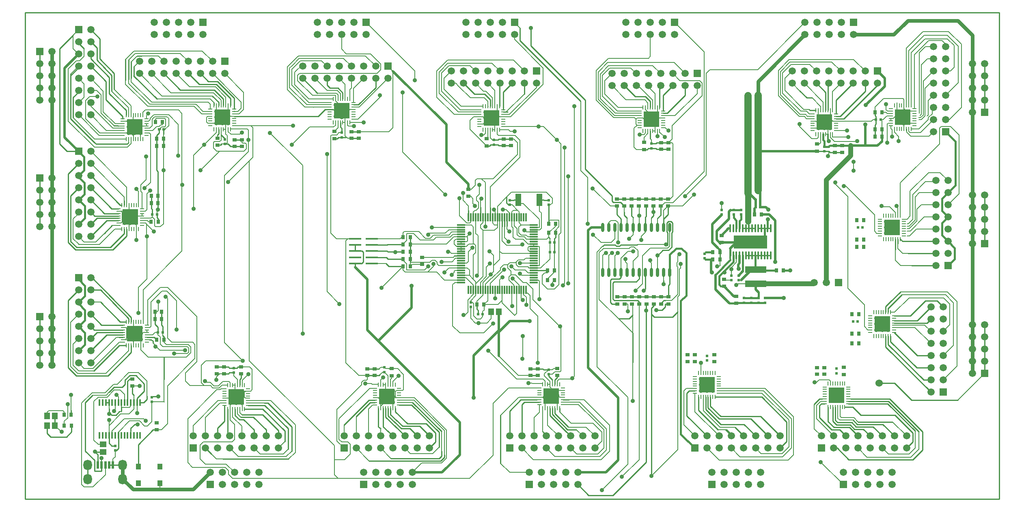
<source format=gtl>
%FSTAX23Y23*%
%MOIN*%
%SFA1B1*%

%IPPOS*%
%ADD10R,0.068900X0.011810*%
%ADD11R,0.011810X0.068900*%
%ADD12O,0.033470X0.009840*%
%ADD13O,0.009840X0.033470*%
%ADD14R,0.129920X0.129920*%
%ADD15R,0.035430X0.027560*%
%ADD16R,0.019690X0.023620*%
%ADD17R,0.035430X0.031500*%
%ADD18R,0.027560X0.035430*%
%ADD19R,0.023620X0.019690*%
%ADD20R,0.031500X0.035430*%
%ADD21R,0.129920X0.129920*%
%ADD22R,0.047240X0.055120*%
%ADD23R,0.047240X0.102360*%
%ADD24R,0.043310X0.051180*%
%ADD25R,0.098430X0.017320*%
%ADD26O,0.023620X0.076770*%
%ADD27R,0.055120X0.047240*%
%ADD28R,0.021650X0.064960*%
%ADD29R,0.017320X0.053940*%
%ADD30R,0.173000X0.056500*%
%ADD31R,0.275590X0.110240*%
%ADD32O,0.013780X0.066930*%
%ADD33C,0.008000*%
%ADD34C,0.020000*%
%ADD35C,0.010000*%
%ADD36C,0.015000*%
%ADD37C,0.030000*%
%ADD38C,0.050000*%
%ADD39C,0.060000*%
%ADD40C,0.040000*%
%ADD41C,0.012000*%
%ADD42R,0.059060X0.059060*%
%ADD43C,0.059060*%
%ADD44C,0.060000*%
%ADD45R,0.059060X0.059060*%
%ADD46O,0.070870X0.086610*%
%ADD47C,0.050000*%
%ADD48C,0.035000*%
%ADD49C,0.025980*%
%LNled_pcb-1*%
%LPD*%
G54D10*
X04081Y02283D03*
Y02303D03*
Y02323D03*
Y02342D03*
Y02362D03*
Y02382D03*
Y02401D03*
Y02421D03*
Y02441D03*
Y0246D03*
Y0248D03*
Y025D03*
Y0252D03*
Y02539D03*
Y02559D03*
Y02579D03*
Y02598D03*
Y02618D03*
Y02638D03*
Y02657D03*
Y02677D03*
Y02697D03*
Y02716D03*
Y02736D03*
Y02756D03*
X04678D03*
Y02736D03*
Y02716D03*
Y02697D03*
Y02677D03*
Y02657D03*
Y02638D03*
Y02618D03*
Y02598D03*
Y02579D03*
Y02559D03*
Y02539D03*
Y0252D03*
Y025D03*
Y0248D03*
Y0246D03*
Y02441D03*
Y02421D03*
Y02401D03*
Y02382D03*
Y02362D03*
Y02342D03*
Y02323D03*
Y02303D03*
Y02283D03*
G54D11*
X04143Y02818D03*
X04163D03*
X04183D03*
X04202D03*
X04222D03*
X04242D03*
X04261D03*
X04281D03*
X04301D03*
X0432D03*
X0434D03*
X0436D03*
X0438D03*
X04399D03*
X04419D03*
X04439D03*
X04458D03*
X04478D03*
X04498D03*
X04517D03*
X04537D03*
X04557D03*
X04576D03*
X04596D03*
X04616D03*
Y02221D03*
X04596D03*
X04576D03*
X04557D03*
X04537D03*
X04517D03*
X04498D03*
X04478D03*
X04458D03*
X04439D03*
X04419D03*
X04399D03*
X0438D03*
X0436D03*
X0434D03*
X0432D03*
X04301D03*
X04281D03*
X04261D03*
X04242D03*
X04222D03*
X04202D03*
X04183D03*
X04163D03*
X04143D03*
G54D12*
X04427Y03566D03*
Y03585D03*
Y03605D03*
Y03625D03*
Y03644D03*
Y03664D03*
Y03684D03*
Y03703D03*
X04232D03*
Y03684D03*
Y03664D03*
Y03644D03*
Y03625D03*
Y03605D03*
Y03585D03*
Y03566D03*
X03375Y01413D03*
Y01394D03*
Y01374D03*
Y01354D03*
Y01335D03*
Y01315D03*
Y01295D03*
Y01276D03*
X0357D03*
Y01295D03*
Y01315D03*
Y01335D03*
Y01354D03*
Y01374D03*
Y01394D03*
Y01413D03*
X02137Y01408D03*
Y01389D03*
Y01369D03*
Y01349D03*
Y0133D03*
Y0131D03*
Y0129D03*
Y01271D03*
X02332D03*
Y0129D03*
Y0131D03*
Y0133D03*
Y01349D03*
Y01369D03*
Y01389D03*
Y01408D03*
X04724Y01416D03*
Y01396D03*
Y01376D03*
Y01357D03*
Y01337D03*
Y01317D03*
Y01298D03*
Y01278D03*
X04919D03*
Y01298D03*
Y01317D03*
Y01337D03*
Y01357D03*
Y01376D03*
Y01396D03*
Y01416D03*
X01305Y01931D03*
Y01911D03*
Y01891D03*
Y01872D03*
Y01852D03*
Y01832D03*
Y01813D03*
Y01793D03*
X015D03*
Y01813D03*
Y01832D03*
Y01852D03*
Y01872D03*
Y01891D03*
Y01911D03*
Y01931D03*
X05742Y03556D03*
Y03575D03*
Y03595D03*
Y03615D03*
Y03634D03*
Y03654D03*
Y03674D03*
Y03693D03*
X05547D03*
Y03674D03*
Y03654D03*
Y03634D03*
Y03615D03*
Y03595D03*
Y03575D03*
Y03556D03*
X03197Y03626D03*
Y03645D03*
Y03665D03*
Y03685D03*
Y03704D03*
Y03724D03*
Y03744D03*
Y03763D03*
X03002D03*
Y03744D03*
Y03724D03*
Y03704D03*
Y03685D03*
Y03665D03*
Y03645D03*
Y03626D03*
X07806Y03573D03*
Y03593D03*
Y03612D03*
Y03632D03*
Y03652D03*
Y03671D03*
Y03691D03*
Y03711D03*
X07612D03*
Y03691D03*
Y03671D03*
Y03652D03*
Y03632D03*
Y03612D03*
Y03593D03*
Y03573D03*
X01267Y02888D03*
Y02869D03*
Y02849D03*
Y02829D03*
Y0281D03*
Y0279D03*
Y0277D03*
Y02751D03*
X01462D03*
Y0277D03*
Y0279D03*
Y0281D03*
Y02829D03*
Y02849D03*
Y02869D03*
Y02888D03*
X07637Y01871D03*
Y0189D03*
Y0191D03*
Y0193D03*
Y01949D03*
Y01969D03*
Y01989D03*
Y02008D03*
X07442D03*
Y01989D03*
Y01969D03*
Y01949D03*
Y0193D03*
Y0191D03*
Y0189D03*
Y01871D03*
X07067Y01423D03*
Y01404D03*
Y01384D03*
Y01364D03*
Y01345D03*
Y01325D03*
Y01305D03*
Y01286D03*
X07262D03*
Y01305D03*
Y01325D03*
Y01345D03*
Y01364D03*
Y01384D03*
Y01404D03*
Y01423D03*
X07717Y02666D03*
Y02685D03*
Y02705D03*
Y02725D03*
Y02744D03*
Y02764D03*
Y02784D03*
Y02803D03*
X07522D03*
Y02784D03*
Y02764D03*
Y02744D03*
Y02725D03*
Y02705D03*
Y02685D03*
Y02666D03*
X06002Y01508D03*
Y01489D03*
Y01469D03*
Y01449D03*
Y0143D03*
Y0141D03*
Y0139D03*
Y01371D03*
X06197D03*
Y0139D03*
Y0141D03*
Y0143D03*
Y01449D03*
Y01469D03*
Y01489D03*
Y01508D03*
X01302Y03628D03*
Y03609D03*
Y03589D03*
Y03569D03*
Y0355D03*
Y0353D03*
Y0351D03*
Y03491D03*
X01497D03*
Y0351D03*
Y0353D03*
Y0355D03*
Y03569D03*
Y03589D03*
Y03609D03*
Y03628D03*
X07162Y03531D03*
Y0355D03*
Y0357D03*
Y0359D03*
Y03609D03*
Y03629D03*
Y03649D03*
Y03668D03*
X06967D03*
Y03649D03*
Y03629D03*
Y03609D03*
Y0359D03*
Y0357D03*
Y0355D03*
Y03531D03*
X02217Y03571D03*
Y0359D03*
Y0361D03*
Y0363D03*
Y03649D03*
Y03669D03*
Y03689D03*
Y03708D03*
X02022D03*
Y03689D03*
Y03669D03*
Y03649D03*
Y0363D03*
Y0361D03*
Y0359D03*
Y03571D03*
G54D13*
X04398Y03732D03*
X04379D03*
X04359D03*
X04339D03*
X0432D03*
X043D03*
X0428D03*
X04261D03*
Y03537D03*
X0428D03*
X043D03*
X0432D03*
X04339D03*
X04359D03*
X04379D03*
X04398D03*
X03403Y01247D03*
X03423D03*
X03443D03*
X03462D03*
X03482D03*
X03502D03*
X03521D03*
X03541D03*
Y01442D03*
X03521D03*
X03502D03*
X03482D03*
X03462D03*
X03443D03*
X03423D03*
X03403D03*
X02166Y01242D03*
X02185D03*
X02205D03*
X02225D03*
X02244D03*
X02264D03*
X02284D03*
X02303D03*
Y01437D03*
X02284D03*
X02264D03*
X02244D03*
X02225D03*
X02205D03*
X02185D03*
X02166D03*
X04753Y01249D03*
X04773D03*
X04792D03*
X04812D03*
X04832D03*
X04851D03*
X04871D03*
X04891D03*
Y01444D03*
X04871D03*
X04851D03*
X04832D03*
X04812D03*
X04792D03*
X04773D03*
X04753D03*
X01471Y01959D03*
X01451D03*
X01432D03*
X01412D03*
X01392D03*
X01373D03*
X01353D03*
X01333D03*
Y01764D03*
X01353D03*
X01373D03*
X01392D03*
X01412D03*
X01432D03*
X01451D03*
X01471D03*
X05713Y03722D03*
X05694D03*
X05674D03*
X05654D03*
X05635D03*
X05615D03*
X05595D03*
X05576D03*
Y03527D03*
X05595D03*
X05615D03*
X05635D03*
X05654D03*
X05674D03*
X05694D03*
X05713D03*
X03168Y03792D03*
X03149D03*
X03129D03*
X03109D03*
X0309D03*
X0307D03*
X0305D03*
X03031D03*
Y03597D03*
X0305D03*
X0307D03*
X0309D03*
X03109D03*
X03129D03*
X03149D03*
X03168D03*
X0764Y03545D03*
X0766D03*
X0768D03*
X07699D03*
X07719D03*
X07739D03*
X07758D03*
X07778D03*
Y03739D03*
X07758D03*
X07739D03*
X07719D03*
X07699D03*
X0768D03*
X0766D03*
X0764D03*
X01433Y02917D03*
X01414D03*
X01394D03*
X01374D03*
X01355D03*
X01335D03*
X01315D03*
X01296D03*
Y02722D03*
X01315D03*
X01335D03*
X01355D03*
X01374D03*
X01394D03*
X01414D03*
X01433D03*
X07471Y01842D03*
X0749D03*
X0751D03*
X0753D03*
X07549D03*
X07569D03*
X07589D03*
X07608D03*
Y02037D03*
X07589D03*
X07569D03*
X07549D03*
X0753D03*
X0751D03*
X0749D03*
X07471D03*
X07096Y01257D03*
X07115D03*
X07135D03*
X07155D03*
X07174D03*
X07194D03*
X07214D03*
X07233D03*
Y01452D03*
X07214D03*
X07194D03*
X07174D03*
X07155D03*
X07135D03*
X07115D03*
X07096D03*
X07551Y02637D03*
X0757D03*
X0759D03*
X0761D03*
X07629D03*
X07649D03*
X07669D03*
X07688D03*
Y02832D03*
X07669D03*
X07649D03*
X07629D03*
X0761D03*
X0759D03*
X0757D03*
X07551D03*
X06031Y01342D03*
X0605D03*
X0607D03*
X0609D03*
X06109D03*
X06129D03*
X06149D03*
X06168D03*
Y01537D03*
X06149D03*
X06129D03*
X06109D03*
X0609D03*
X0607D03*
X0605D03*
X06031D03*
X01468Y03657D03*
X01449D03*
X01429D03*
X01409D03*
X0139D03*
X0137D03*
X0135D03*
X01331D03*
Y03462D03*
X0135D03*
X0137D03*
X0139D03*
X01409D03*
X01429D03*
X01449D03*
X01468D03*
X07133Y03697D03*
X07114D03*
X07094D03*
X07074D03*
X07055D03*
X07035D03*
X07015D03*
X06996D03*
Y03502D03*
X07015D03*
X07035D03*
X07055D03*
X07074D03*
X07094D03*
X07114D03*
X07133D03*
X02188Y03737D03*
X02169D03*
X02149D03*
X02129D03*
X0211D03*
X0209D03*
X0207D03*
X02051D03*
Y03542D03*
X0207D03*
X0209D03*
X0211D03*
X02129D03*
X02149D03*
X02169D03*
X02188D03*
G54D14*
X0433Y03635D03*
X03472Y01345D03*
X02235Y0134D03*
X04822Y01347D03*
X05645Y03625D03*
X031Y03695D03*
X07165Y01355D03*
X061Y0144D03*
X07065Y036D03*
X0212Y0364D03*
G54D15*
X0208Y03469D03*
Y0341D03*
X03512Y01515D03*
Y01574D03*
X02275Y0153D03*
Y01589D03*
X04872Y01517D03*
Y01576D03*
X0414Y03049D03*
Y0299D03*
X0376Y02489D03*
Y0243D03*
X05585Y03434D03*
Y03375D03*
X0304Y03524D03*
Y03465D03*
X0554Y02969D03*
Y0291D03*
X05665Y02164D03*
Y02105D03*
X0548Y02969D03*
Y0291D03*
X05725Y02164D03*
Y02105D03*
X05365Y02164D03*
Y02105D03*
X0542Y02969D03*
Y0291D03*
X05785Y02164D03*
Y02105D03*
X05425Y02164D03*
Y02105D03*
X0536Y02969D03*
Y0291D03*
X0578Y02969D03*
Y0291D03*
X05485Y02164D03*
Y02105D03*
X0572Y02969D03*
Y0291D03*
X05545Y02164D03*
Y02105D03*
X0566Y02969D03*
Y0291D03*
X05605Y02164D03*
Y02105D03*
X056Y02969D03*
Y0291D03*
X0158Y0107D03*
Y01129D03*
X0138Y01489D03*
Y0143D03*
X0634Y02169D03*
Y0211D03*
X0624Y0225D03*
Y02309D03*
X0622Y0261D03*
Y02669D03*
X07225Y01525D03*
Y01584D03*
X0616Y0163D03*
Y01689D03*
X07005Y0342D03*
Y0336D03*
X0429Y03464D03*
Y03405D03*
G54D16*
X03452Y01584D03*
Y01545D03*
X02215Y01579D03*
Y0154D03*
X04802Y01566D03*
Y01527D03*
X048Y0292D03*
Y02959D03*
X0448Y0292D03*
Y02959D03*
X0416Y02119D03*
Y0208D03*
X05645Y03385D03*
Y03424D03*
X031Y03475D03*
Y03514D03*
X0124Y009D03*
Y00939D03*
X0154Y013D03*
Y01339D03*
X06579Y02116D03*
Y02156D03*
X0636Y02339D03*
Y023D03*
X0622Y02879D03*
Y0284D03*
X06404Y02116D03*
Y02156D03*
X06464Y02116D03*
Y02156D03*
X06524Y02116D03*
Y02156D03*
X0608Y0248D03*
Y02519D03*
X063Y02339D03*
Y023D03*
X0638Y0284D03*
Y02879D03*
X0632Y0284D03*
Y02879D03*
X07165Y01574D03*
Y01535D03*
X061Y01679D03*
Y0164D03*
X0214Y0342D03*
Y03459D03*
X07065Y0336D03*
Y03399D03*
X0435Y03415D03*
Y03454D03*
G54D17*
X03372Y01517D03*
Y01572D03*
X03312Y01517D03*
Y01572D03*
X04652Y01517D03*
Y01572D03*
X04712Y01517D03*
Y01572D03*
X02135Y01532D03*
Y01587D03*
X02075Y01532D03*
Y01587D03*
X05785Y03432D03*
Y03377D03*
X05725Y03432D03*
Y03377D03*
X0318Y03522D03*
Y03467D03*
X0324Y03522D03*
Y03467D03*
X07065Y01527D03*
Y01582D03*
X07005Y01527D03*
Y01582D03*
X06Y01632D03*
Y01687D03*
X0594Y01632D03*
Y01687D03*
X0228Y03455D03*
Y034D03*
X0222Y03455D03*
Y034D03*
X0721Y03407D03*
Y03352D03*
X0715Y03407D03*
Y03352D03*
X0443Y03462D03*
Y03407D03*
X0449Y03462D03*
Y03407D03*
G54D18*
X01583Y01812D03*
X01642D03*
X0479Y0238D03*
X04849D03*
Y023D03*
X0479D03*
X03664Y02655D03*
X03605D03*
X03664Y02595D03*
X03605D03*
X03664Y02535D03*
X03605D03*
X03664Y02475D03*
X03605D03*
X03664Y02415D03*
X03605D03*
X01535Y0278D03*
X01594D03*
X07539Y03682D03*
X0748D03*
X0082Y01195D03*
X00879D03*
X00883Y01105D03*
X00823D03*
X06149Y02471D03*
X06208D03*
X0667Y0238D03*
X06729D03*
X06149Y02531D03*
X06208D03*
X06549Y0284D03*
X0649D03*
X07349Y0202D03*
X0729D03*
X07389Y02795D03*
X0733D03*
X01629Y036D03*
X0157D03*
G54D19*
X01632Y01872D03*
X01593D03*
X04259Y0202D03*
X0422D03*
X04849Y0253D03*
X0481D03*
X04849Y0261D03*
X0481D03*
X01584Y0284D03*
X01545D03*
X07489Y03622D03*
X07529D03*
X065Y029D03*
X06539D03*
X065Y0296D03*
X06539D03*
X073Y0196D03*
X07339D03*
X0734Y02735D03*
X07379D03*
X016Y0354D03*
X01639D03*
G54D20*
X01567Y01982D03*
X01622D03*
X01567Y02042D03*
X01622D03*
X04212Y021D03*
X04267D03*
X04857Y02765D03*
X04802D03*
Y0269D03*
X04857D03*
X07537Y03482D03*
X07481D03*
X07537Y03542D03*
X07481D03*
X01537Y02935D03*
X01592D03*
X01537Y02995D03*
X01592D03*
X07347Y0178D03*
X07292D03*
X07347Y0186D03*
X07292D03*
X07387Y02635D03*
X07332D03*
X07387Y02575D03*
X07332D03*
X01637Y03405D03*
X01582D03*
X01637Y03465D03*
X01582D03*
G54D21*
X01402Y01862D03*
X07709Y03642D03*
X01365Y0282D03*
X0754Y0194D03*
X0762Y02735D03*
X014Y0356D03*
G54D22*
X04391Y0204D03*
X04328D03*
X00683Y01185D03*
X00746D03*
X00683Y01105D03*
X00746D03*
G54D23*
X04553Y0296D03*
X04726D03*
G54D24*
X01431Y00631D03*
Y00768D03*
X01608Y00631D03*
Y00768D03*
G54D25*
X03211Y0254D03*
Y0259D03*
Y0264D03*
Y02489D03*
Y02439D03*
X03348D03*
Y02489D03*
Y0264D03*
Y0259D03*
Y0254D03*
G54D26*
X05245Y02364D03*
X05295D03*
X05345D03*
X05395D03*
X05445D03*
X05495D03*
X05545D03*
X05595D03*
X05645D03*
X05695D03*
X05745D03*
X05795D03*
X05245Y02735D03*
X05295D03*
X05345D03*
X05395D03*
X05445D03*
X05495D03*
X05545D03*
X05595D03*
X05645D03*
X05695D03*
X05745D03*
X05795D03*
G54D27*
X0114Y00951D03*
Y00888D03*
G54D28*
X01222Y0078D03*
X01191D03*
X0116D03*
X01128D03*
X01097D03*
G54D29*
X01113Y01025D03*
X01139D03*
X01164D03*
X0119D03*
X01216D03*
X01241D03*
X01267D03*
X01292D03*
X01318D03*
X01343D03*
X01369D03*
X01395D03*
X0142D03*
X01446D03*
Y01294D03*
X0142D03*
X01395D03*
X01369D03*
X01343D03*
X01318D03*
X01292D03*
X01267D03*
X01241D03*
X01216D03*
X0119D03*
X01164D03*
X01139D03*
X01113D03*
G54D30*
X065Y02388D03*
Y02271D03*
G54D31*
X06459Y02616D03*
G54D32*
X06625Y02728D03*
X06599D03*
X06574D03*
X06548D03*
X06523D03*
X06497D03*
X06471D03*
X06446D03*
X0642D03*
X06395D03*
X06369D03*
X06343D03*
X06318D03*
X06292D03*
X06625Y02504D03*
X06599D03*
X06574D03*
X06548D03*
X06523D03*
X06497D03*
X06471D03*
X06446D03*
X0642D03*
X06395D03*
X06369D03*
X06343D03*
X06318D03*
X06292D03*
G54D33*
X04894Y0192D02*
X04901Y01912D01*
Y01866D02*
Y01912D01*
X04832Y01444D02*
Y01482D01*
X0436Y021D02*
X04385D01*
X04267D02*
X0436D01*
X04268Y01868D02*
X04346Y01946D01*
X0407Y01868D02*
X04268D01*
X0413Y03049D02*
X04166D01*
X04405Y01188D02*
X04554Y01337D01*
X04405Y00795D02*
X0448Y0072D01*
X04345Y01288D02*
X04473Y01416D01*
X04345Y00863D02*
Y01288D01*
X04152Y0067D02*
X04345Y00863D01*
X081Y03566D02*
X0817Y03496D01*
Y0301D02*
Y03496D01*
X0808Y0292D02*
X0817Y0301D01*
X05779Y02564D02*
X05795Y0258D01*
X05634Y02564D02*
X05779D01*
X04419Y02115D02*
Y02134D01*
Y02115D02*
X04522Y02012D01*
X04391Y01677D02*
X04551Y01517D01*
X04652*
X04304Y01722D02*
X04537Y01489D01*
X0315Y0097D02*
X0317Y0095D01*
X0243Y0087D02*
X0262D01*
X0238Y0092D02*
X0243Y0087D01*
X0262D02*
X0266Y0091D01*
X0225Y0085D02*
X02645D01*
X02125Y0083D02*
X02665D01*
X0218Y0092D02*
X0225Y0085D01*
X02645D02*
X0269Y00895D01*
X07755Y02765D02*
X0779Y028D01*
X07745Y02765D02*
X07755D01*
X0779Y028D02*
Y03005D01*
X0776Y02745D02*
X0781Y02795D01*
X07762Y02725D02*
X07826Y02788D01*
Y02886*
X07746Y02725D02*
X07762D01*
X0777Y02705D02*
X07885Y0282D01*
X07746Y02705D02*
X0777D01*
X0782Y0272D02*
X0798D01*
X07765Y02665D02*
X0782Y0272D01*
X07746Y02665D02*
X07765D01*
X07885Y0282D02*
X0798D01*
X07826Y02886D02*
X0786Y0292D01*
X0798*
X0781Y02985D02*
X07845Y0302D01*
X07746Y02745D02*
X0776D01*
X0781Y02795D02*
Y02985D01*
X07845Y0302D02*
X0798D01*
X0779Y03005D02*
X07895Y0311D01*
X0797*
X0798Y0312*
X07769Y02828D02*
Y03034D01*
X0792Y03185*
X08015*
X0808Y0312*
X06439Y03015D02*
X0644Y03014D01*
X04138Y02037D02*
Y02138D01*
X04116Y02015D02*
X04138Y02037D01*
X041Y02015D02*
X04116D01*
X04765Y0153D02*
X04801Y01566D01*
X04765Y01515D02*
Y0153D01*
Y01515D02*
X04812Y01467D01*
Y01444D02*
Y01467D01*
X0512Y02765D02*
Y03145D01*
X05065Y032D02*
X0512Y03145D01*
X05065Y032D02*
Y0377D01*
X0506Y03775D02*
X05065Y0377D01*
X04754Y03911D02*
Y04046D01*
X0452Y0428D02*
X04754Y04046D01*
X0452Y0428D02*
Y0432D01*
X04128Y02771D02*
X04155D01*
X04163Y0278*
Y02818*
X04431Y02427D02*
X04465D01*
X04405Y02401D02*
X04431Y02427D01*
X04405Y02386D02*
Y02401D01*
X04336Y02317D02*
X04405Y02386D01*
X0433Y02317D02*
X04336D01*
X04527Y02444D02*
X04535Y02452D01*
X04482Y02444D02*
X04527D01*
X04465Y02427D02*
X04482Y02444D01*
X04465Y02402D02*
Y02427D01*
Y02402D02*
X04492Y02375D01*
Y02344D02*
Y02375D01*
X03129Y03488D02*
X03142Y03475D01*
X03129Y03488D02*
Y03597D01*
X0582Y04D02*
X05878Y03941D01*
X06061Y03819D02*
Y0392D01*
X05878Y03941D02*
X0604D01*
X03139Y04161D02*
X03337D01*
X03391Y04001D02*
X03421Y04031D01*
X02756Y04001D02*
X03391D01*
X03421Y04031D02*
Y04077D01*
X03337Y04161D02*
X03421Y04077D01*
X031Y042D02*
X03139Y04161D01*
X031Y042D02*
Y0432D01*
X07114Y0363D02*
Y03697D01*
X07112Y03609D02*
X07134D01*
X071D02*
X07112D01*
X071Y036D02*
Y03609D01*
X07094Y03502D02*
Y03556D01*
X07065D02*
X07094D01*
X07489Y03622D02*
X0749D01*
X0207Y0359D02*
X02072Y03592D01*
X02022Y0359D02*
X0207D01*
X04885Y0274D02*
Y02794D01*
X04857Y02712D02*
X04885Y0274D01*
X04857Y0269D02*
Y02712D01*
X03061Y03496D02*
X03079Y03514D01*
X031*
X03018Y03496D02*
X03061D01*
X03142Y03475D02*
X0315Y03467D01*
X03136Y03475D02*
X03142D01*
X0211Y03451D02*
Y03494D01*
X0305Y03776D02*
Y03792D01*
Y03776D02*
X031Y03727D01*
Y03695D02*
Y03727D01*
X05595Y03706D02*
Y03722D01*
Y03706D02*
X05645Y03657D01*
Y03625D02*
Y03657D01*
X04995Y01495D02*
X05011Y01511D01*
X04989Y01489D02*
X04995Y01495D01*
X04226Y02894D02*
Y02941D01*
X04224Y02894D02*
X04225D01*
X04205Y02875D02*
X04224Y02894D01*
X04195Y02875D02*
X04205D01*
X04183Y02863D02*
X04195Y02875D01*
X04183Y02818D02*
Y02863D01*
X04522Y02012D02*
X04537Y02027D01*
X04267Y021D02*
X04301Y02133D01*
Y02221*
X04485Y03525D02*
X0452D01*
X04472Y03537D02*
X04485Y03525D01*
X04398Y03537D02*
X04472D01*
X04901Y02692D02*
Y03423D01*
X04886Y02676D02*
X04901Y02692D01*
X04813Y02794D02*
X04885D01*
X04857Y02744D02*
Y02765D01*
X04803Y0269D02*
X04857Y02744D01*
X04802Y02656D02*
Y0269D01*
X04933Y02274D02*
Y03393D01*
X07669Y02832D02*
Y02899D01*
X08065Y01905D02*
X08095Y01935D01*
X0804Y0188D02*
X08065Y01905D01*
X07642Y02037D02*
X0776Y02155D01*
X08045*
X08095Y01935D02*
Y02105D01*
X08045Y02155D02*
X08095Y02105D01*
X07608Y02037D02*
X07642D01*
X0427Y02055D02*
Y021D01*
X04259Y02044D02*
X0427Y02055D01*
X04259Y0202D02*
Y02044D01*
X0342Y0092D02*
X03505Y00835D01*
X01629Y03577D02*
Y036D01*
X01616Y03577D02*
X01629D01*
X01603Y03565D02*
X01616Y03577D01*
X01582Y03565D02*
X01603D01*
X01645Y03561D02*
D01*
X01622D02*
X01645D01*
X01615Y03554D02*
X01622Y03561D01*
X01615Y03549D02*
Y03554D01*
X01615Y03549D02*
X01615D01*
X01645Y03561D02*
X01648D01*
X01615Y0354D02*
Y03549D01*
X01547Y0353D02*
X01582Y03565D01*
X01227Y01445D02*
X01258D01*
X01353Y0154*
X0562Y03889D02*
Y039D01*
Y03889D02*
X05674Y03834D01*
X06865Y03665D02*
X0691D01*
X06925Y03649*
X03197Y03724D02*
X03244D01*
X04495Y02415D02*
X04525Y02385D01*
X04607*
X04565Y02355D02*
X04577Y02342D01*
X04516Y02223D02*
X04517Y02221D01*
X04516Y02223D02*
Y02261D01*
X04475Y02301D02*
X04516Y02261D01*
X04475Y02301D02*
Y02327D01*
X04492Y02344*
X04529*
X04591Y02281*
X04617*
X04505Y02315D02*
X04557Y02262D01*
Y02221D02*
Y02262D01*
X04676Y02403D02*
X04678Y02401D01*
X04638Y02403D02*
X04676D01*
X04631Y0241D02*
X04638Y02403D01*
X04552Y0241D02*
X04631D01*
X04261Y0228D02*
X04328Y02347D01*
X04399Y02304D02*
X0442Y02325D01*
X04399Y02221D02*
Y02304D01*
X04552Y02469D02*
X04599D01*
X04535Y02427D02*
Y02452D01*
Y02427D02*
X04552Y0241D01*
X04414Y02369D02*
X04435Y02389D01*
X04498Y02093D02*
Y02221D01*
X04599Y02469D02*
X0461Y0248D01*
X04418Y0252D02*
X04678D01*
X04535Y02452D02*
X04552Y02469D01*
X04565Y0244D02*
X04617D01*
X04281Y02269D02*
X0433Y02317D01*
X04242Y02283D02*
X04289Y0233D01*
X04261Y02221D02*
Y0228D01*
X04242Y02221D02*
Y02283D01*
X0432Y02275D02*
X04414Y02369D01*
X0432Y02221D02*
Y02275D01*
X04348Y02421D02*
X04399Y02473D01*
X04348Y02371D02*
Y02421D01*
X04399Y02473D02*
Y02538D01*
X04348Y02421D02*
Y02506D01*
X04315Y02539D02*
X04348Y02506D01*
X0207Y01505D02*
X02097Y01532D01*
X0305Y03792D02*
Y03821D01*
X0286D02*
X0305D01*
X02738Y03942D02*
X0286Y03821D01*
X0304Y00825D02*
Y00941D01*
Y00702D02*
Y00825D01*
X03125*
X031Y03695D02*
X03129Y03665D01*
X03055Y03697D02*
Y0371D01*
X03052Y03695D02*
X03055Y03697D01*
X03052Y03695D02*
X031D01*
X03408Y01572D02*
X0342Y01584D01*
X03452*
X03462Y01574*
X03487*
X03452Y01545D02*
X03482Y01515D01*
Y01442D02*
Y01515D01*
X03435Y01545D02*
X03452D01*
X03435Y01543D02*
Y01545D01*
X03416Y01525D02*
X03435Y01543D01*
X03423Y01483D02*
X0344Y015D01*
X03423Y01442D02*
Y01483D01*
X03304Y01479D02*
X0331Y01485D01*
X03062Y01237D02*
X03265Y0144D01*
Y01462*
X03282Y01479D02*
X03304D01*
X03265Y01462D02*
X03282Y01479D01*
X03295Y0145D02*
X03344D01*
X0335Y01444*
X03062Y00977D02*
Y01237D01*
X0333Y01413D02*
X03375D01*
X03078Y01162D02*
X0333Y01413D01*
X0331Y01485D02*
Y01517D01*
X04678Y02303D02*
X04716D01*
X04725Y02295*
Y02145D02*
Y02295D01*
X06208Y02471D02*
X06208Y02471D01*
X04025Y02598D02*
Y02625D01*
X04038Y02638*
X04081*
X04025Y02598D02*
X04044Y02579D01*
X04081*
X03975Y02535D02*
X03988D01*
X04003Y0252*
X04061Y02342D02*
Y02342D01*
X03946Y02303D02*
X04081D01*
X0388Y02369D02*
X03946Y02303D01*
X01656Y02166D02*
X01672Y0215D01*
X01625Y02212D02*
X01666D01*
X01745Y02133*
X01613Y02243D02*
X01671D01*
X01912Y02002*
X01508Y02138D02*
X01613Y02243D01*
X0317Y0087D02*
Y0095D01*
X03102Y0097D02*
X0315D01*
X03125Y00825D02*
X0317Y0087D01*
X03078Y00993D02*
X03102Y0097D01*
X04635Y01455D02*
X04663D01*
X04667Y01451*
X04473Y01416D02*
X04724D01*
X05011Y01511D02*
Y0373D01*
X04888Y01489D02*
X04989D01*
X0758Y0343D02*
Y03584D01*
X0762Y0348D02*
Y03538D01*
X0761Y03548D02*
X0762Y03538D01*
X0764Y03517D02*
Y03545D01*
X069Y03648D02*
X06919Y03629D01*
X06857Y03648D02*
X069D01*
X0669Y03815D02*
X06857Y03648D01*
X06705Y03825D02*
X06865Y03665D01*
X06705Y04016D02*
X06783Y04095D01*
X06705Y03825D02*
Y04016D01*
X06723Y03837D02*
X0687Y0369D01*
X06919*
X06896Y03706D02*
X06939D01*
X06741Y03861D02*
X06896Y03706D01*
X06741Y03861D02*
Y03961D01*
X068Y0402*
X05261Y03832D02*
Y03941D01*
X05528Y02593D02*
X05529Y02594D01*
X05765*
X05795Y0258D02*
Y02735D01*
X05571Y02501D02*
X05634Y02564D01*
X05725Y02105D02*
X05733D01*
X05695Y02503D02*
Y02506D01*
X0586Y025D02*
X05875Y02515D01*
X0586Y02185D02*
Y0241D01*
X05855Y02414D02*
X0586Y0241D01*
X05855Y02414D02*
Y02447D01*
X0586Y02451D02*
Y025D01*
X05855Y02447D02*
X0586Y02451D01*
X05876Y02391D02*
X05885Y024D01*
X05876Y02178D02*
Y02391D01*
X05862Y02164D02*
X05876Y02178D01*
X05862Y0204D02*
Y02164D01*
X0581Y02135D02*
X0586Y02185D01*
X05885Y024D02*
Y02434D01*
X05645Y02364D02*
Y02443D01*
X05635Y02453D02*
Y02465D01*
Y02453D02*
X05645Y02443D01*
X05395Y02481D02*
X0545Y02537D01*
X05395Y02364D02*
Y02481D01*
X0545Y02537D02*
X05494D01*
X0543Y02452D02*
X05445Y02437D01*
Y02364D02*
Y02437D01*
X0543Y02452D02*
Y02475D01*
X05479Y02537D02*
X05494D01*
X05345Y025D02*
X05369Y02524D01*
X05265Y02525D02*
X0527D01*
X05295Y02505D02*
X05306Y02516D01*
X05295Y02364D02*
Y02505D01*
X05306Y02516D02*
X0532Y02525D01*
X05345Y02364D02*
Y025D01*
X05251Y02563D02*
X05463D01*
X05216Y02528D02*
X05251Y02563D01*
X0556Y02661D02*
X05595Y02696D01*
X0556Y0263D02*
Y02661D01*
X05345Y0264D02*
Y02735D01*
X05315Y0261D02*
X05345Y0264D01*
X0523Y0261D02*
X05315D01*
X05165Y02675D02*
X0523Y0261D01*
X05198Y02533D02*
X05245Y02581D01*
X05198Y01589D02*
Y02533D01*
X05476Y02576D02*
X05503D01*
X05463Y02563D02*
X05476Y02576D01*
X05534Y02497D02*
Y02546D01*
X05503Y02576D02*
X05534Y02546D01*
X0546Y0264D02*
X05495Y02675D01*
Y02735*
X0537Y02611D02*
Y02776D01*
X05353Y02793D02*
X0537Y02776D01*
X0572Y02901D02*
X05756Y02937D01*
X0554Y0291D02*
X05545Y02905D01*
Y0283D02*
Y02905D01*
Y02735D02*
Y0283D01*
X04451Y03684D02*
X046Y03833D01*
X04427Y03684D02*
X04451D01*
X046Y03833D02*
Y0392D01*
X036Y03354D02*
X0395Y03004D01*
X036Y03354D02*
Y03845D01*
X037Y03945D02*
Y0402D01*
X033Y0442D02*
X037Y0402D01*
X02715Y0401D02*
X0278Y04075D01*
X02715Y03907D02*
Y0401D01*
Y03907D02*
X0283Y03792D01*
X02691Y03904D02*
Y04034D01*
X02097Y0336D02*
X02297D01*
X02076D02*
X02097D01*
X02098Y03361*
X01943Y03206D02*
X02097Y0336D01*
X01637Y02764D02*
Y03206D01*
X02297Y0336D02*
X02317Y0338D01*
Y0342*
X02309Y03428D02*
X02317Y0342D01*
X02048Y03388D02*
X02076Y0336D01*
X02288Y03428D02*
X02309D01*
X0228Y03436D02*
X02288Y03428D01*
X02137Y0316D02*
X02335Y03358D01*
X02325Y03544D02*
X02335Y03535D01*
X0219Y03544D02*
X02325D01*
X02188Y03542D02*
X0219Y03544D01*
X02265Y035D02*
X0228Y03515D01*
X0219Y035D02*
X02265D01*
X02169Y0352D02*
X0219Y035D01*
X02169Y0352D02*
Y03542D01*
X02149Y03503D02*
X02162Y0349D01*
Y0343D02*
Y0349D01*
X0237Y03311D02*
Y03555D01*
X02354Y0357D02*
X0237Y03555D01*
X02341Y03282D02*
X0237Y03311D01*
X02056Y03441D02*
X02099D01*
X0211Y03451*
X01125Y03674D02*
Y03681D01*
X01124Y03683D02*
X01125Y03681D01*
X0104Y0386D02*
X01089D01*
X01462Y02888D02*
Y03022D01*
X01453Y03031D02*
X01462Y03022D01*
X01453Y03031D02*
Y03085D01*
X01496Y03127*
X0094Y02597D02*
X00942Y02595D01*
X01237Y02722D02*
X01296D01*
X0111Y02595D02*
X01237Y02722D01*
X00942Y02595D02*
X0111D01*
X00795Y0106D02*
X008Y01055D01*
X00696Y01229D02*
X0081D01*
X00683Y01216D02*
X00696Y01229D01*
X00683Y01185D02*
Y01216D01*
X0144Y01144D02*
X01482Y01103D01*
X01216Y01062D02*
X01314Y0116D01*
X01474D02*
X0149Y01144D01*
X02125Y01468D02*
X02176D01*
X02089Y01432D02*
X02125Y01468D01*
X02096Y01416D02*
X02117Y01437D01*
X02166*
X02021Y01461D02*
X0205Y01432D01*
X0199Y01461D02*
X02021D01*
X02096Y01416D02*
X02114Y01434D01*
X02025D02*
X02043Y01416D01*
X02111Y01408D02*
X02137D01*
X02102Y014D02*
X02111Y01408D01*
X02076Y014D02*
X02102D01*
X01838Y01161D02*
X02076Y014D01*
X02043Y01416D02*
X02096D01*
X01973Y01434D02*
X02025D01*
X0205Y01432D02*
X02089D01*
X0207Y0148D02*
Y01505D01*
X02097Y01532D02*
X02135D01*
X04724Y01214D02*
Y01278D01*
X0468Y0117D02*
X04724Y01214D01*
X0468Y0102D02*
Y0117D01*
X03809Y02369D02*
X0388D01*
X03884Y02435D02*
X03897Y02421D01*
X03664Y02447D02*
X03825D01*
X03884Y02435D02*
Y02447D01*
X03867Y02464D02*
X03884Y02447D01*
X03842Y02464D02*
X03867D01*
X03825Y02447D02*
X03842Y02464D01*
X03855Y02421D02*
Y02435D01*
Y02421D02*
X03858Y02418D01*
X03604Y0269D02*
X03615Y027D01*
X03604Y0269D02*
X03605Y02689D01*
Y02665D02*
Y02689D01*
X03615Y027D02*
X03734D01*
X03348Y0264D02*
X0358D01*
X03605Y02665*
X03635Y02684D02*
X0369D01*
X03635Y02627D02*
Y02684D01*
X03605Y02598D02*
X03635Y02627D01*
X0123Y01225D02*
X01241Y01236D01*
X01066Y00985D02*
Y01304D01*
X01157Y01375D02*
X01227Y01445D01*
X01167Y01356D02*
X01193Y01381D01*
X01056Y01356D02*
X01167D01*
X0105Y01375D02*
X01157D01*
X01175Y01339D02*
Y01339D01*
X01101Y01339D02*
X01175D01*
X00965Y0129D02*
X0105Y01375D01*
X01175Y01339D02*
X01232Y01397D01*
X01066Y01304D02*
X01101Y01339D01*
X00965Y00621D02*
Y0129D01*
X0322Y0092D02*
X03325Y00815D01*
X0333*
X04967Y01317D02*
X05091D01*
X04963Y01095D02*
X04967Y0109D01*
X05109*
X04919Y01298D02*
X04956D01*
X05055*
X04891Y01219D02*
X04986Y01124D01*
X07308Y0117D02*
X07343Y01135D01*
X07021Y01481D02*
X07106D01*
X07Y0146D02*
X07021Y01481D01*
X07106D02*
X07115Y01472D01*
X06812Y00864D02*
Y01178D01*
X06579Y0141D02*
X06812Y01178D01*
X06197Y0141D02*
X06579D01*
X06795Y0092D02*
Y0116D01*
X06564Y0139D02*
X06795Y0116D01*
X06197Y0139D02*
X06564D01*
X06775Y00932D02*
Y0115D01*
X06553Y01371D02*
X06775Y0115D01*
X06197Y01371D02*
X06553D01*
X06981Y01078D02*
Y01281D01*
X04025Y02375D02*
X04032Y02382D01*
X04081*
X0209Y03505D02*
X0209Y03505D01*
X0208Y03495D02*
X0209Y03505D01*
X04294Y01949D02*
X04328Y01984D01*
X04199Y01949D02*
X04225D01*
X04399Y02538D02*
X04418Y0252D01*
X04324Y02347D02*
X04348Y02371D01*
X07103Y03407D02*
X0711D01*
X07103Y03399D02*
X0711Y03407D01*
X0582Y02992D02*
Y03424D01*
X05635Y03464D02*
Y03527D01*
X04337Y03454D02*
X0435D01*
X04337D02*
X04337D01*
X04249Y03136D02*
X04281Y03104D01*
X04197Y0312D02*
X04213Y03136D01*
X04281Y02818D02*
Y03104D01*
X04901Y01554D02*
Y01866D01*
X04802Y02656D02*
X0481Y02648D01*
Y02646D02*
Y02648D01*
Y0261D02*
Y02646D01*
X04784Y02638D02*
X04802Y02656D01*
X0481Y0253D02*
Y0261D01*
Y02476D02*
Y0253D01*
X0461Y0248D02*
X04678D01*
X04802Y01527D02*
X04832D01*
X03522Y03556D02*
Y04018D01*
X0211Y03494D02*
Y03542D01*
X0315Y0264D02*
X03211D01*
X03057D02*
X0315D01*
X01649Y0354D02*
X0168Y0357D01*
X01639Y0353D02*
X01649Y0354D01*
X01637Y03527D02*
X01639Y0353D01*
X01637Y03501D02*
Y03527D01*
Y03465D02*
Y03501D01*
X00894Y04206D02*
Y04314D01*
Y04206D02*
X00925Y04175D01*
X0094Y0416*
X01637Y03206D02*
X01638Y03206D01*
X01545Y02821D02*
X01564Y02802D01*
X01545Y02819D02*
Y02821D01*
X03664Y02599D02*
X03961D01*
X03134Y02624D02*
X0315Y0264D01*
X02215Y01515D02*
Y0154D01*
X01395Y01294D02*
Y01354D01*
X0119Y01105D02*
X01284Y012D01*
X0119Y01105D02*
Y0115D01*
X01353Y0154D02*
X0143D01*
X0778Y01315D02*
X0816D01*
X05492Y02016D02*
Y02105D01*
Y01868D02*
Y02016D01*
X05216Y02143D02*
X05376Y01984D01*
X05492Y01868*
X05862Y00907D02*
Y0204D01*
X05695Y02364D02*
Y02503D01*
X05745Y02805D02*
Y02875D01*
Y02735D02*
Y02805D01*
X05695Y02735D02*
Y0281D01*
X05659Y0291D02*
X0566D01*
X05645D02*
X05659D01*
X05645Y02735D02*
Y02815D01*
X05495Y02735D02*
Y02815D01*
X0452Y0442D02*
X04565Y04375D01*
X0542Y0286D02*
Y0291D01*
X05445Y02735D02*
Y0281D01*
X05162Y03056D02*
X05307Y0291D01*
X04719Y03566D02*
X04757D01*
X04427D02*
X04719D01*
X02217Y03571D02*
X02702D01*
X02167Y03108D02*
X02341Y03282D01*
X01488Y037D02*
X0176D01*
X01468Y0368D02*
X01488Y037D01*
X02341Y01639D02*
Y03282D01*
Y01639D02*
X0304Y00941D01*
Y00702D02*
X03072Y0067D01*
X04152*
X02204D02*
X03072D01*
X01471Y01959D02*
Y02222D01*
X04607Y02385D02*
X0463Y02362D01*
X02188Y03542D02*
Y03547D01*
X01854Y01434D02*
X01973D01*
X01948Y01459D02*
X01973Y01434D01*
X015Y0301D02*
X01529Y03039D01*
X015Y02885D02*
Y0301D01*
Y0288D02*
Y02885D01*
X01484Y02869D02*
X01489D01*
X01462D02*
X01484D01*
X04616Y02195D02*
X04629D01*
X02176Y01468D02*
X02185Y01458D01*
X03809Y02369D02*
X03858Y02418D01*
X03348Y02439D02*
X03464D01*
X01672Y01824D02*
X01705Y0179D01*
X01672Y01433D02*
X01896Y01658D01*
X00879Y0123D02*
Y01357D01*
Y01195D02*
Y0123D01*
X0085Y01272D02*
Y01281D01*
Y01168D02*
Y01272D01*
X04019Y02489D02*
X04029Y025D01*
X0307Y03554D02*
X0307Y03555D01*
X0304Y03524D02*
X0307Y03554D01*
X07539Y0368D02*
X07571D01*
X04453Y0288D02*
X04478Y02856D01*
X04852Y0147D02*
X04853Y01472D01*
X04851Y0147D02*
X04852Y0147D01*
X04853Y01472D02*
Y01481D01*
X04553Y02933D02*
X04592D01*
X04602Y02713D02*
X04618Y02697D01*
X0778Y0242D02*
X0798D01*
X07693D02*
X0778D01*
X07649Y0255D02*
Y02637D01*
Y02464D02*
Y0255D01*
X07669Y0191D02*
X07809D01*
X07637D02*
X07669D01*
X0719Y0115D02*
X073D01*
X07545Y01115D02*
X0764Y0102D01*
X06327Y01093D02*
X0633Y0109D01*
X064Y0102*
X06207Y01093D02*
X06327D01*
X05965Y0141D02*
X06002D01*
X0593D02*
X05965D01*
X0593Y0141D02*
X0593Y0141D01*
X0591Y0139D02*
X0593Y0141D01*
X04955Y01072D02*
X05027D01*
X03325Y01315D02*
X03375D01*
X0208Y0102D02*
Y01085D01*
X0104Y0212D02*
X0112D01*
X05674Y03722D02*
Y03834D01*
X03197Y03869D02*
Y03877D01*
Y03763D02*
Y03869D01*
X03244Y03724D02*
X0348Y0396D01*
X01335Y03053D02*
Y03064D01*
Y02917D02*
Y03053D01*
X02048Y03841D02*
X02055Y03835D01*
X0211Y0378*
X01698Y03841D02*
X02048D01*
X02149Y03737D02*
Y03805D01*
X02295Y0378D02*
Y03845D01*
Y03705D02*
Y0378D01*
X0104Y0396D02*
X01143Y03856D01*
X01193Y03836D02*
X0133Y03699D01*
X01331Y03698*
X01193Y03836D02*
Y03968D01*
X01233Y03871D02*
Y04001D01*
X0104Y0436D02*
X01115Y04285D01*
X07589Y02069D02*
X077Y0218D01*
X07589Y02069D02*
D01*
X07569Y02037D02*
Y02084D01*
X07583Y01286D02*
X07584Y01285D01*
X0781Y0106*
X07262Y01305D02*
X07592D01*
X04891Y0122D02*
X04891Y01219D01*
X04919Y01317D02*
X04967D01*
X03673Y01276D02*
X03675Y01275D01*
X039Y0105*
X03847Y00875D02*
X039Y00928D01*
X03665Y00875D02*
X03847D01*
X03682Y01295D02*
X0392Y01058D01*
X0357Y01315D02*
X0357Y01315D01*
X0207Y0083D02*
X02125D01*
X0198Y0092D02*
X0203Y0087D01*
X0207Y0083*
X01021Y01575D02*
X01058D01*
X00984D02*
X01021D01*
X00941Y01555D02*
X01066D01*
X00895Y01601D02*
X00915Y01581D01*
X00916Y0158D02*
X00941Y01555D01*
X00875Y01944D02*
Y01955D01*
Y01592D02*
Y01944D01*
X05427Y03722D02*
X05576D01*
X05371D02*
X05427D01*
X05421Y03693D02*
X05547D01*
X05364D02*
X05421D01*
X05255Y03998D02*
X05301Y04044D01*
X05243Y03986D02*
X05255Y03998D01*
X054Y03674D02*
X05547D01*
X05347D02*
X054D01*
X05235Y04006D02*
X05293Y04064D01*
X05225Y03996D02*
X05235Y04006D01*
X0537Y03654D02*
X05547D01*
X0534D02*
X0537D01*
X05215Y04019D02*
X05285Y0409D01*
X05207Y04011D02*
X05215Y04019D01*
X0283Y03792D02*
X03031D01*
X02884Y03763D02*
X03002D01*
X02831D02*
X02884D01*
X02715Y04058D02*
X02761Y04104D01*
X02691Y04034D02*
X02715Y04058D01*
X02876Y03744D02*
X03002D01*
X02815D02*
X02876D01*
X02695Y04066D02*
X02753Y04124D01*
X02673Y04044D02*
X02695Y04066D01*
X02867Y03724D02*
X03002D01*
X02798D02*
X02867D01*
X0108Y02615D02*
X0115Y02685D01*
X00984Y02615D02*
X0108D01*
X00895Y02641D02*
X0094Y02597D01*
X06919Y0369D02*
X0694Y03668D01*
X06735Y04018D02*
X06792Y04075D01*
X06723Y04006D02*
X06735Y04018D01*
X0669Y04029D02*
X06775Y04115D01*
X06687Y04027D02*
X0669Y04029D01*
X06687Y03817D02*
X0669Y03815D01*
X03955Y03975D02*
X04Y0402D01*
X03941Y03961D02*
X03955Y03975D01*
X04124Y03703D02*
X04232D01*
X04075D02*
X04124D01*
X03935Y04017D02*
X03981Y04064D01*
X03923Y04006D02*
X03935Y04017D01*
X04115Y03684D02*
X04232D01*
X04057D02*
X04115D01*
X03915Y04026D02*
X03973Y04084D01*
X03901Y04012D02*
X03915Y04026D01*
X041Y03664D02*
X04232D01*
X04025D02*
X041D01*
X03895Y04034D02*
X0397Y0411D01*
X03883Y04023D02*
X03895Y04034D01*
X02023Y0379D02*
X02051Y03762D01*
X01395Y03979D02*
Y04055D01*
X0157Y03765D02*
X02005D01*
X01541D02*
X0157D01*
X01458Y04144D02*
X01595D01*
X01421D02*
X01458D01*
X01373Y03961D02*
Y04096D01*
Y03932D02*
Y03961D01*
X01902Y03748D02*
X0191Y0374D01*
X0196Y03689*
X01557Y03748D02*
X01902D01*
X01525D02*
X01557D01*
X01353Y03951D02*
Y04113D01*
Y03919D02*
Y03951D01*
X01889Y03731D02*
X01902Y03717D01*
X0195Y03669*
X01539Y03731D02*
X01889D01*
X01507D02*
X01539D01*
X01325Y03945D02*
Y04115D01*
Y03913D02*
Y03945D01*
X00895Y03639D02*
Y03804D01*
X00875Y03984D02*
Y03995D01*
Y03629D02*
Y03984D01*
X00984Y04141D02*
Y04204D01*
X0775Y0252D02*
X0798D01*
X07709D02*
X0775D01*
X07679Y0193D02*
X07889D01*
X07637D02*
X07679D01*
X07205Y0117D02*
X07308D01*
X07625Y01135D02*
X0774Y0102D01*
X07194Y0118D02*
X07205Y0117D01*
X06192Y01073D02*
X06247D01*
X0619D02*
X06192D01*
X06247D02*
X0625Y0107D01*
X063Y0102*
X06031Y01233D02*
Y01342D01*
Y01232D02*
Y01233D01*
X04812Y01187D02*
Y01249D01*
X04753Y01056D02*
Y01249D01*
X03403Y01096D02*
Y01247D01*
X03335Y01295D02*
X03335Y01295D01*
X0322Y0118D02*
X03335Y01295D01*
X01272Y01832D02*
X01305D01*
X01252D02*
X01272D01*
X03056Y03838D02*
X0306Y03835D01*
X0307Y03824*
X02901Y03838D02*
X03056D01*
X03109Y03792D02*
Y03843D01*
X01315Y02954D02*
Y02984D01*
Y02917D02*
Y02954D01*
X06965Y038D02*
X07035Y03729D01*
X0427Y038D02*
X043Y0377D01*
X043Y03769*
X04037Y0392D02*
X04061Y03895D01*
X04157Y038*
X0209Y03737D02*
Y03764D01*
X01625Y03815D02*
X02039D01*
X0225Y0369D02*
X02275Y03715D01*
X02249Y03689D02*
X0225Y0369D01*
X0204Y04D02*
X02275Y03765D01*
X01265Y03569D02*
X01302D01*
X0123D02*
X01265D01*
X01125Y03674D02*
X0123Y0357D01*
X0123Y03569*
X01213Y03856D02*
Y03986D01*
X0104Y0426D02*
X0109Y0421D01*
X03542Y02531D02*
X03605D01*
X03348Y02489D02*
X03469D01*
X03992Y02655D02*
X04014Y02677D01*
X07719Y03712D02*
X07739Y03691D01*
X07806*
X07719Y03652D02*
Y03712D01*
X0766Y0366D02*
Y03739D01*
X07632Y03632D02*
X0766Y0366D01*
X07709Y03595D02*
Y03642D01*
Y03583D02*
Y03595D01*
X07738Y03593D02*
X07806D01*
X07114Y0363D02*
X07134Y03609D01*
X07017Y036D02*
X07065D01*
X07005D02*
X07017D01*
X05692Y03634D02*
X05742D01*
X05654D02*
X05692D01*
X04379Y03665D02*
Y03732D01*
X04399Y03644D02*
X04427D01*
X04377D02*
X04399D01*
X04365D02*
X04377D01*
X04379Y03665D02*
X04399Y03644D01*
X04365Y03635D02*
Y03644D01*
X04282Y03635D02*
X0433D01*
X0427D02*
X04282D01*
X05674Y03527D02*
Y03581D01*
X05645D02*
X05674D01*
X05597Y03625D02*
X05645D01*
X05585D02*
X05597D01*
X05526Y03575D02*
X05528D01*
X05502Y0355D02*
X05528Y03575D01*
X04783Y03024D02*
X04831Y02976D01*
X045Y0292D02*
X04545Y02876D01*
X048Y0292D02*
X04816D01*
X0451Y02876D02*
X04545D01*
X0433Y03591D02*
X04359D01*
Y03537D02*
Y03591D01*
X04455Y02984D02*
X04495Y03024D01*
X0438Y02909D02*
X04455Y02984D01*
X0447Y0292D02*
X0448D01*
X0438Y02831D02*
Y02909D01*
X0438Y02831D02*
X0438D01*
X0828Y01935D02*
Y0196D01*
X06523Y02616D02*
Y02646D01*
X06317Y02616D02*
X06341D01*
X04869Y01347D02*
X04881D01*
X04822D02*
X04869D01*
X04802Y02784D02*
X04813Y02794D01*
X04111Y02755D02*
Y02756D01*
X04203Y02527D02*
Y02586D01*
X04192Y02598D02*
X04203Y02586D01*
X04202Y02272D02*
X04261Y02331D01*
X04183Y02307D02*
Y02507D01*
X04202Y02272D02*
Y02288D01*
Y02221D02*
Y02272D01*
X04151Y0234D02*
X04183Y02307D01*
X04822Y01394D02*
Y01414D01*
Y01347D02*
Y01394D01*
X04775Y01347D02*
X04822D01*
X04763D02*
X04775D01*
X04752Y01337D02*
X04773Y01316D01*
Y01249D02*
Y01316D01*
X04752Y01337D02*
X04754D01*
X04724D02*
X04752D01*
X04211Y01983D02*
X04242D01*
X03147Y03683D02*
X03168Y03704D01*
X03129Y03665D02*
X03147Y03683D01*
X03129Y03597D02*
Y03665D01*
X0304Y03695D02*
X03052D01*
X02169Y0367D02*
Y03737D01*
X02129Y03649D02*
X02189D01*
X0212D02*
X02129D01*
X02112D02*
X0212D01*
X02169Y0367D02*
X02189Y03649D01*
X0207Y03691D02*
X02112Y03649D01*
X0212Y0364D02*
X02129Y03649D01*
X0212Y03596D02*
X02149D01*
Y03542D02*
Y03596D01*
X02152Y0342D02*
X02162Y0343D01*
X02114Y0342D02*
X0214D01*
X02113D02*
X02114D01*
X02104Y0341D02*
X02113Y0342D01*
X01497Y03569D02*
Y03589D01*
Y03569D02*
X01497D01*
X01461D02*
X01497D01*
X0139Y0356D02*
Y0358D01*
Y0355D02*
Y0356D01*
X01449Y03462D02*
Y03558D01*
X0139Y0355D02*
X014Y0356D01*
X0139Y03488D02*
Y0355D01*
Y03462D02*
Y03488D01*
X0136Y03609D02*
X0139Y0358D01*
X01367Y0351D02*
X0139Y03488D01*
X0136Y03609D02*
X01386D01*
X01302D02*
X0136D01*
X01584Y02875D02*
X01592Y02883D01*
X01414Y02722D02*
Y02818D01*
X01302Y0351D02*
X01367D01*
X01355Y02873D02*
Y02917D01*
Y02829D02*
Y02873D01*
X01351Y02869D02*
X01355Y02873D01*
X01288Y02869D02*
X01351D01*
X01267D02*
X01288D01*
X01297Y0286*
X01355Y02722D02*
Y0281D01*
X01297Y02779D02*
Y0286D01*
X03462Y01354D02*
Y01442D01*
X02355Y01389D02*
X02366Y014D01*
X02225Y01349D02*
Y01437D01*
X03541Y01344D02*
X03549Y01335D01*
X0357*
X0352D02*
X03549D01*
X03482D02*
X0352D01*
X03456Y01297D02*
X03504D01*
X03425Y01335D02*
X03462D01*
X034D02*
X03425D01*
X034D02*
X03423Y01312D01*
X03504Y01297D02*
X03521Y0128D01*
X03423Y01264D02*
X03456Y01297D01*
X03423Y01264D02*
Y01312D01*
Y01247D02*
Y01264D01*
X02177Y0133D02*
X02178D01*
X02137D02*
X02177D01*
X02282Y01292D02*
X02284Y0129D01*
X02185Y01242D02*
Y01322D01*
X01632Y01841D02*
X01642Y01832D01*
Y01792D02*
X01661Y01773D01*
X01632Y01846D02*
Y01872D01*
Y01841D02*
Y01846D01*
X01642Y013D02*
X01642Y01484D01*
Y01667D02*
X01825D01*
X01512D02*
X01642D01*
X01392Y01872D02*
Y01959D01*
X0145Y01862D02*
X01461D01*
X01402D02*
X0145D01*
X01335Y01824D02*
Y01911D01*
X01324Y01813D02*
X01376D01*
X01392Y01815D02*
Y01852D01*
Y01796D02*
Y01815D01*
Y01764D02*
Y01796D01*
X01376Y01813D02*
X01392Y01796D01*
X01324Y01813D02*
X01335Y01824D01*
X01276Y0122D02*
X01288D01*
X01232Y01397D02*
X01281D01*
X01066Y00985D02*
X011Y00951D01*
X04871Y01444D02*
Y01472D01*
X02284Y01437D02*
Y01477D01*
X01499Y02763D02*
X01559Y02703D01*
X06343Y02728D02*
Y02763D01*
X04183Y02184D02*
Y02221D01*
X04138Y02138D02*
X04183Y02184D01*
X04225Y01949D02*
X04294D01*
X04399Y02538D02*
Y02818D01*
X04003Y0252D02*
X04081D01*
X01613Y0274D02*
X01637Y02764D01*
X01572Y0274D02*
X01613D01*
X01564Y02748D02*
X01572Y0274D01*
X01564Y02748D02*
Y02802D01*
X01545Y02821D02*
Y0284D01*
X01497Y0355D02*
X01524D01*
X01544Y0357*
Y03624*
X01566Y03646*
X01664*
X0168Y0363*
Y0357D02*
Y0363D01*
X0604Y03941D02*
X06061Y0392D01*
X01637Y03206D02*
Y03405D01*
X04671Y02143D02*
X04901Y01912D01*
X04213Y03136D02*
X04249D01*
X04197Y0308D02*
Y0312D01*
X04678Y02401D02*
X04736D01*
X0481Y02476*
X01726Y01697D02*
X01832D01*
X01844Y01709*
Y01744*
X01832Y01756D02*
X01844Y01744D01*
X01631Y01756D02*
X01832D01*
X01612Y01776D02*
X01631Y01756D01*
X01612Y01776D02*
Y01834D01*
X01593Y01853D02*
X01612Y01834D01*
X01593Y01853D02*
Y01872D01*
X03134Y01623D02*
Y02624D01*
Y01623D02*
X0324Y01517D01*
X03312*
X03664Y02595D02*
Y02599D01*
X03961D02*
X0402Y02657D01*
X04081*
X0368Y0243D02*
X0376D01*
X03664Y02415D02*
X0368Y0243D01*
X0116Y00702D02*
Y0078D01*
X01058Y006D02*
X0116Y00702D01*
X00986Y006D02*
X01058D01*
X00965Y00621D02*
X00986Y006D01*
X0143Y0154D02*
X015Y0147D01*
Y01348D02*
Y0147D01*
X0142Y01209D02*
Y01294D01*
X01128Y0078D02*
Y00839D01*
X01369Y01025D02*
Y01059D01*
X04619Y02441D02*
X04678D01*
X05571Y02272D02*
Y02501D01*
X05515Y02216D02*
X05571Y02272D01*
X04013Y01926D02*
X0407Y01868D01*
X04013Y01926D02*
Y02264D01*
X04032Y02283*
X04081*
X05544Y02105D02*
X05545D01*
X05403Y00685D02*
X05544Y00826D01*
X05745Y02875D02*
X0578Y0291D01*
X05595Y02696D02*
Y02735D01*
X05921Y02991D02*
X06094Y03164D01*
Y04*
X06126Y04032*
X06517*
X06905Y0442*
X05476Y0291D02*
X0548D01*
X05307D02*
X0536D01*
X05395Y02735D02*
Y02784D01*
X04757Y03566D02*
X04867Y03456D01*
X01433Y02917D02*
Y03031D01*
X01414Y03051D02*
X01433Y03031D01*
X03078Y00993D02*
Y01162D01*
X0479Y02363D02*
Y0238D01*
X04748Y02343D02*
X04768Y02363D01*
X04748Y02272D02*
Y02343D01*
Y02272D02*
X04792Y02228D01*
X04848*
X04886Y02266*
Y02676*
X01471Y02222D02*
X01789Y0254D01*
X0176Y037D02*
X01789Y03671D01*
X01468Y03657D02*
Y0368D01*
X0463Y02362D02*
X04678D01*
X0483Y02262D02*
Y0228D01*
X04849Y023*
X05713Y03519D02*
X05756Y03477D01*
X03168Y03597D02*
Y03598D01*
X01984Y01638D02*
X02288D01*
X01948Y01602D02*
X01984Y01638D01*
X01948Y01459D02*
Y01602D01*
X05694Y03485D02*
Y03527D01*
X04917Y02258D02*
X04933Y02274D01*
X0436Y02152D02*
Y02221D01*
X04963Y02274D02*
Y03156D01*
X03157Y03568D02*
X03203D01*
X03149Y03576D02*
X03157Y03568D01*
X03149Y03576D02*
Y03597D01*
X04242Y02818D02*
Y02967D01*
X04248Y02973*
X07114Y03474D02*
X07148Y0344D01*
X07114Y03474D02*
Y03502D01*
X02513Y03513D02*
X0278Y03246D01*
Y01862D02*
Y03246D01*
X04498Y02093D02*
X04503Y02089D01*
X01497Y03609D02*
X01515D01*
X01528Y03622*
Y03632*
X01558Y03662*
X0168*
X01759Y03583*
Y03326D02*
Y03583D01*
X04068Y02831D02*
Y02976D01*
Y02831D02*
X04128Y02771D01*
X04576Y0215D02*
X04588Y02138D01*
X04576Y0215D02*
Y02221D01*
X01267Y01294D02*
Y01342D01*
X01253Y01357D02*
X01267Y01342D01*
X04439Y02651D02*
X04472Y02619D01*
X04439Y02651D02*
Y02818D01*
X07809Y0191D02*
X0794Y0178D01*
X07174Y01165D02*
Y01257D01*
Y01165D02*
X0719Y0115D01*
X06002Y01217D02*
X062Y0102D01*
X06002Y01217D02*
Y01371D01*
X0591Y0111D02*
X06Y0102D01*
X0591Y0111D02*
Y0139D01*
X05027Y01072D02*
X0508Y0102D01*
X04585Y01317D02*
X04724D01*
X0448Y0102D02*
Y01212D01*
X0332Y0102D02*
Y0124D01*
X03356Y01276*
X03375*
X02244Y012D02*
Y01242D01*
Y012D02*
X0227Y01175D01*
X02325*
X05742Y03654D02*
X05839D01*
X0602Y03835*
Y039*
X02217Y03669D02*
X02259D01*
X02295Y03705*
X0214Y04D02*
X02295Y03845D01*
X01331Y03657D02*
Y03698D01*
X07649Y02832D02*
Y02857D01*
X06768Y0082D02*
X06812Y00864D01*
X062Y0082D02*
X06768D01*
X061Y0092D02*
X062Y0082D01*
X0498Y0092D02*
X0503Y0087D01*
X0478Y0092D02*
X0485Y0085D01*
X0458Y0092D02*
X04675Y00825D01*
X01276Y01793D02*
X01305D01*
X01058Y01575D02*
X01276Y01793D01*
X0094Y0162D02*
X00984Y01575D01*
X0806Y0362D02*
X0809D01*
X05261Y03832D02*
X05371Y03722D01*
X05261Y03941D02*
X0532Y04D01*
X05243Y03814D02*
X05364Y03693D01*
X05243Y03814D02*
Y03986D01*
X05301Y04044D02*
X05475D01*
X0552Y04*
X05225Y03796D02*
X05347Y03674D01*
X05225Y03796D02*
Y03996D01*
X05293Y04064D02*
X05655D01*
X0572Y04*
X01216Y02751D02*
X01267D01*
X0094Y0266D02*
X00984Y02615D01*
X06965Y03697D02*
X06996D01*
X06945Y04075D02*
X07Y0402D01*
X06792Y04075D02*
X06945D01*
X06723Y03837D02*
Y04006D01*
X0694Y03668D02*
X06967D01*
X03941Y03872D02*
Y03961D01*
X03923Y03856D02*
X04075Y03703D01*
X03923Y03856D02*
Y04006D01*
X03981Y04064D02*
X04155D01*
X042Y0402*
X03901Y03839D02*
X04057Y03684D01*
X03901Y03839D02*
Y04012D01*
X03973Y04084D02*
X04335D01*
X044Y0402*
X04851Y01206D02*
Y01249D01*
X0322Y0102D02*
Y0118D01*
X03335Y01295D02*
X03375D01*
X021Y0129D02*
X02137D01*
X0198Y0117D02*
X021Y0129D01*
X0198Y0102D02*
Y0117D01*
X03605Y02531D02*
Y02535D01*
X03841Y02736D02*
X04081D01*
X01451Y01728D02*
X01512Y01667D01*
X01825D02*
X01861Y01704D01*
Y01751*
X0154Y013D02*
X01642D01*
X0184Y01773D02*
X01861Y01751D01*
X01661Y01773D02*
X0184D01*
X01642Y01792D02*
Y01812D01*
X01386Y03609D02*
X0139Y03657D01*
X04537Y02027D02*
Y02221D01*
X03375Y01335D02*
X034D01*
X0438Y02818D02*
Y02831D01*
X04495Y03024D02*
X04783D01*
X04831Y02935D02*
Y02976D01*
X04816Y0292D02*
X04831Y02935D01*
X04133Y02401D02*
X04151Y02384D01*
X04081Y02401D02*
X04133D01*
X02738Y03984D02*
X02756Y04001D01*
X02738Y03942D02*
Y03984D01*
X0214Y0342D02*
X02152D01*
X02149Y03503D02*
Y03542D01*
X01318Y01294D02*
Y0136D01*
X01281Y01397D02*
X01318Y0136D01*
X011Y00951D02*
X0114D01*
X0686Y03586D02*
X06876D01*
X07573Y03703D02*
Y03747D01*
Y03703D02*
X07585Y03691D01*
X07612*
X07115Y01452D02*
Y01472D01*
X07423Y0189D02*
X07442D01*
X07394Y0192D02*
X07423Y0189D01*
X07394Y0192D02*
Y02099D01*
X07258Y02235D02*
X07394Y02099D01*
X0423Y03007D02*
Y03084D01*
X04208Y02985D02*
X0423Y03007D01*
X04208Y02959D02*
Y02985D01*
Y02959D02*
X04226Y02941D01*
X02235Y0134D02*
X02282Y01292D01*
X0428Y03509D02*
Y03537D01*
X04267Y03496D02*
X0428Y03509D01*
X04247Y03496D02*
X04267D01*
X0305Y03576D02*
Y03597D01*
X03035Y03561D02*
X0305Y03576D01*
X02839Y03561D02*
X03035D01*
X0208Y0341D02*
X02104D01*
X04849Y0238D02*
Y02454D01*
X04849Y02454*
Y0253*
X03462Y01354D02*
X03472Y01345D01*
X04802Y01566D02*
X04832D01*
X04842Y01576*
X04872*
X01642Y01812D02*
Y01832D01*
X01292Y01263D02*
Y01294D01*
X0119Y01245D02*
Y01294D01*
X0135Y03657D02*
Y03719D01*
X01213Y03856D02*
X0135Y03719D01*
X0104Y0326D02*
X01315Y02984D01*
X0104Y0162D02*
X01252Y01832D01*
X02264Y0121D02*
Y01242D01*
Y0121D02*
X0228Y01195D01*
X02405*
X0342Y0102D02*
Y0108D01*
X03403Y01096D02*
X0342Y0108D01*
X07194Y0118D02*
Y01257D01*
X07889Y0193D02*
X0794Y0188D01*
X07669Y0256D02*
Y02637D01*
Y0256D02*
X07709Y0252D01*
X0137Y03425D02*
Y03462D01*
X0134Y03395D02*
X0137Y03425D01*
X0107Y03395D02*
X0134D01*
X00855Y03609D02*
X0107Y03395D01*
X00855Y03609D02*
Y04038D01*
X00921Y04104*
X00947*
X00984Y04141*
X00875Y03995D02*
X0094Y0406D01*
X00875Y03629D02*
X01071Y03433D01*
X0135D02*
Y03462D01*
X01072D02*
X01331D01*
X00895Y03639D02*
X01072Y03462D01*
X03883Y03806D02*
X04025Y03664D01*
X03883Y03806D02*
Y04023D01*
X0397Y0411D02*
X0451D01*
X046Y0402*
X0094Y02849D02*
Y0286D01*
X00895Y02804D02*
X0094Y02849D01*
X00895Y02641D02*
Y02804D01*
X03115Y04124D02*
X0318Y0406D01*
X02753Y04124D02*
X03115D01*
X02673Y03886D02*
Y04044D01*
Y03886D02*
X02815Y03744D01*
X05207Y03787D02*
X0534Y03654D01*
X05207Y03787D02*
Y04011D01*
X05285Y0409D02*
X0583D01*
X0592Y04*
X01353Y01723D02*
Y01764D01*
X01165Y01535D02*
X01353Y01723D01*
X00932Y01535D02*
X01165D01*
X00875Y01592D02*
X00932Y01535D01*
X00875Y01955D02*
X0094Y0202D01*
X00895Y01775D02*
X0094Y0182D01*
X00895Y01601D02*
Y01775D01*
X03945Y00864D02*
Y01065D01*
X03694Y01315D02*
X03945Y01065D01*
X0357Y01315D02*
X03694D01*
X0392Y00896D02*
Y01058D01*
X0357Y01295D02*
X03682D01*
X0357Y01276D02*
X03673D01*
X039Y00928D02*
Y0105D01*
X0362Y0092D02*
X03665Y00875D01*
X0734Y0092D02*
X07415Y00845D01*
X07775*
X07842Y00912*
Y01055*
X07592Y01305D02*
X07842Y01055D01*
X0754Y0092D02*
X0759Y0087D01*
X0776*
X0781Y0092*
Y0106*
X07262Y01286D02*
X07583D01*
X0804Y0148D02*
X08155Y01595D01*
Y02125*
X08075Y02205D02*
X08155Y02125D01*
X0769Y02205D02*
X08075D01*
X07569Y02084D02*
X0769Y02205D01*
X0804Y0168D02*
X08125Y01765D01*
Y02115*
X0806Y0218D02*
X08125Y02115D01*
X077Y0218D02*
X0806D01*
X07589Y02037D02*
Y02069D01*
X0137Y03657D02*
Y03734D01*
X01233Y03871D02*
X0137Y03734D01*
X0174Y04D02*
X0185Y0389D01*
X02065*
X02149Y03805*
X07055Y03697D02*
Y03764D01*
X069Y0392D02*
X07055Y03764D01*
X0104Y0336D02*
X01335Y03064D01*
X03197Y03877D02*
X0328Y0396D01*
X07649Y02464D02*
X07693Y0242D01*
X0081Y01229D02*
X0082Y01218D01*
Y01195D02*
Y01218D01*
X00823Y01105D02*
Y01142D01*
X0085Y01168*
X01241Y01236D02*
Y01294D01*
X0566Y02863D02*
Y0291D01*
X033Y0441D02*
Y0442D01*
X05645Y0069D02*
X05862Y00907D01*
X05485Y02105D02*
X05492D01*
X0816Y01315D02*
X0838Y01535D01*
X0119Y01025D02*
Y01105D01*
X01284Y012D02*
X01355D01*
X01395Y0124*
Y01294*
X02215Y01515D02*
X02244Y01485D01*
Y01437D02*
Y01485D01*
X04166Y03049D02*
X04197Y0308D01*
X00894Y04314D02*
X0094Y0436D01*
Y0316D02*
X00986Y03206D01*
X0572Y02969D02*
X05746D01*
X05785Y03432D02*
X05812D01*
X0578Y02969D02*
X05798D01*
X0582Y02992*
X05812Y03432D02*
X0582Y03424D01*
X065Y02271D02*
X06558D01*
X01462Y0277D02*
X01492D01*
X01884Y02889D02*
Y03329D01*
X0207Y03516D02*
Y03542D01*
X04869Y01396D02*
X04919D01*
X04035Y0248D02*
X04081D01*
X04007Y02453D02*
X04035Y0248D01*
X0392Y02453D02*
X04007D01*
X07162Y03531D02*
X07252D01*
X03403Y01442D02*
Y01444D01*
X02137Y01789D02*
X02288Y01638D01*
X02137Y01789D02*
Y0316D01*
X01496Y03127D02*
Y03319D01*
X04773Y01444D02*
Y01472D01*
X04756Y01489D02*
X04773Y01472D01*
X04537Y01489D02*
X04756D01*
X04202Y02684D02*
Y02818D01*
X03664Y02471D02*
Y02475D01*
X04577Y02342D02*
X04678D01*
X01745Y01896D02*
Y02133D01*
X01535Y02122D02*
X01625Y02212D01*
X01535Y0192D02*
Y02122D01*
X01526Y01911D02*
X01535Y0192D01*
X015Y01911D02*
X01526D01*
X05745Y02298D02*
Y02364D01*
X0138Y0143D02*
X01439D01*
X0144Y0143*
X04289Y02409D02*
X04318Y02438D01*
X04289Y0233D02*
Y02409D01*
X04281Y02221D02*
Y02269D01*
X07589Y03593D02*
X07612D01*
X0758Y03584D02*
X07589Y03593D01*
X0298Y02207D02*
Y03338D01*
Y02207D02*
X03082Y02105D01*
X04061Y02342D02*
X04081D01*
X0434Y02771D02*
Y02818D01*
X04202Y02175D02*
Y02221D01*
X0416Y02132D02*
X04202Y02175D01*
X0416Y02119D02*
Y02132D01*
X036Y02469D02*
X03635Y02435D01*
Y02385D02*
Y02435D01*
Y02385D02*
X0378D01*
X03811Y02416*
Y02676D02*
X03823Y02688D01*
X03953*
X03981Y02716*
X04005*
X04006Y02716*
X04081*
X07125Y04095D02*
X072Y0402D01*
X06783Y04095D02*
X07125D01*
X06925Y03649D02*
X06967D01*
X07262Y01325D02*
X07281D01*
X07133Y03477D02*
X0726D01*
X0761Y03573D02*
X07612D01*
X05756Y02937D02*
X05821D01*
X06078Y03194*
Y04177*
X05835Y0442D02*
X06078Y04177D01*
X0578Y0291D02*
X059D01*
X05994Y03004*
X04261Y02177D02*
Y02221D01*
X04212Y02128D02*
X04261Y02177D01*
X04212Y021D02*
Y02128D01*
X04832Y01527D02*
X04851Y01547D01*
X04894*
X04901Y01554*
X04671Y02143D02*
Y02227D01*
X04617Y02281D02*
X04671Y02227D01*
X0432Y02818D02*
Y03067D01*
X04389Y03491D02*
X04526D01*
X04379Y03501D02*
X04389Y03491D01*
X04379Y03501D02*
Y03537D01*
X04678Y02421D02*
X04725D01*
Y02579*
X04678D02*
X04725D01*
X04618Y02697D02*
X04678D01*
X04419Y02624D02*
Y02818D01*
Y02624D02*
X04454Y02589D01*
X04579*
X04586Y02596*
X05312Y02793D02*
X05353D01*
X05295Y02776D02*
X05312Y02793D01*
X05295Y02735D02*
Y02776D01*
X04619Y02638D02*
X04678D01*
X046Y02657D02*
X04619Y02638D01*
X0456Y02657D02*
X046D01*
X0454Y02676D02*
X0456Y02657D01*
X0454Y02676D02*
Y02724D01*
X04517Y02747D02*
X0454Y02724D01*
X04517Y02747D02*
Y02818D01*
X04631Y02657D02*
X04678D01*
X04615Y02673D02*
X04631Y02657D01*
X04576Y02673D02*
X04615D01*
X04556Y02692D02*
X04576Y02673D01*
X04556Y02692D02*
Y02737D01*
X04576Y02756*
X04678*
X04498Y02742D02*
Y02818D01*
Y02742D02*
X04508Y02732D01*
Y02656D02*
Y02732D01*
Y02656D02*
X04527Y02637D01*
X04592*
X04631Y02598*
X04678*
X04081Y02756D02*
X04111D01*
Y02755D02*
X04167D01*
X04183Y02739*
X04081Y02579D02*
X04125D01*
X04144Y02598*
X04192*
X04183Y02507D02*
X04203Y02527D01*
X04183Y02307D02*
X04202Y02288D01*
X04081Y02323D02*
X04121D01*
X04183Y02261*
Y02221D02*
Y02261D01*
X0605Y01537D02*
Y0162D01*
X04618Y02098D02*
Y02162D01*
X04596Y02183D02*
X04618Y02162D01*
X04596Y02183D02*
Y02221D01*
X01216Y01025D02*
Y01062D01*
X04616Y02195D02*
Y02221D01*
X04629Y02195D02*
X04648Y02176D01*
Y02069D02*
Y02176D01*
Y02069D02*
X04713Y02005D01*
Y01623D02*
Y02005D01*
X01979Y01472D02*
X0199Y01461D01*
X02185Y01437D02*
Y01458D01*
X0758Y03671D02*
X07612D01*
X07571Y0368D02*
X0758Y03671D01*
X07539Y0368D02*
Y03682D01*
X0154Y04D02*
X01698Y03841D01*
X0211Y03737D02*
Y0378D01*
X02051Y03737D02*
Y03762D01*
X01585Y0379D02*
X02023D01*
X01395Y03979D02*
X01585Y0379D01*
X01395Y04055D02*
X0144Y041D01*
Y04D02*
X01625Y03815D01*
X02022Y03708D02*
Y03747D01*
X02005Y03765D02*
X02022Y03747D01*
X01373Y03932D02*
X01541Y03765D01*
X01373Y04096D02*
X01421Y04144D01*
X01595D02*
X0164Y041D01*
X01775Y04164D02*
X0184Y041D01*
X01404Y04164D02*
X01775D01*
X01353Y04113D02*
X01404Y04164D01*
X01353Y03919D02*
X01525Y03748D01*
X0196Y03689D02*
X02022D01*
X01955Y04184D02*
X0204Y041D01*
X01394Y04184D02*
X01955D01*
X01325Y04115D02*
X01394Y04184D01*
X01325Y03913D02*
X01507Y03731D01*
X0195Y03669D02*
X02022D01*
X0207Y03691D02*
Y03737D01*
X03031Y03704D02*
X0304Y03695D01*
X0315Y03467D02*
X0318D01*
X0448Y0292D02*
X045D01*
X04802Y02765D02*
Y02784D01*
X04498Y02818D02*
Y02864D01*
X0451Y02876*
X04545D02*
X04557Y02864D01*
Y02818D02*
Y02864D01*
X04478Y02818D02*
Y02856D01*
X04426Y0288D02*
X04453D01*
X04177Y0293D02*
X04196Y02912D01*
X04177Y0293D02*
Y02973D01*
X0416Y0299D02*
X04177Y02973D01*
X0414Y0299D02*
X0416D01*
X03462Y01335D02*
X03472Y01345D01*
X04328Y01984D02*
Y0204D01*
X0416Y01988D02*
X04199Y01949D01*
X0416Y01988D02*
Y0208D01*
X04259Y02D02*
Y0202D01*
X04242Y01983D02*
X04259Y02D01*
X04184Y02009D02*
X04211Y01983D01*
X04184Y02009D02*
Y02109D01*
X04174Y02119D02*
X04184Y02109D01*
X0416Y02119D02*
X04174D01*
X01305Y01813D02*
X01324D01*
X01305Y01911D02*
X01335D01*
X01392Y01872D02*
X01402Y01862D01*
X01461D02*
X01471Y01872D01*
X015*
X0158Y0107D02*
X01622D01*
X01672Y0112*
Y01433*
X01896Y01658D02*
Y01772D01*
X01878Y0179D02*
X01896Y01772D01*
X01705Y0179D02*
X01878D01*
X01672Y01824D02*
Y0215D01*
X03428Y02238D02*
X03605Y02415D01*
X01482Y01103D02*
X01504D01*
X0154Y01139*
Y013*
X02178Y0133D02*
X02185Y01322D01*
X05576Y03634D02*
X05585Y03625D01*
X05547Y03634D02*
X05576D01*
X07305Y04115D02*
X074Y0402D01*
X06775Y04115D02*
X07305D01*
X06687Y03817D02*
Y04027D01*
X06919Y03629D02*
X06967D01*
X05595Y0351D02*
Y03527D01*
X05584Y03499D02*
X05595Y0351D01*
X05582Y03499D02*
X05584D01*
X0558Y03497D02*
X05582Y03499D01*
X05548Y03497D02*
X0558D01*
X06996Y03609D02*
X07005Y036D01*
X06967Y03609D02*
X06996D01*
X07719Y03574D02*
X07738Y03593D01*
X07719Y03545D02*
Y03574D01*
X05762Y02135D02*
X0581D01*
X05495Y02364D02*
Y02458D01*
X05534Y02497*
X05216Y02143D02*
Y02528D01*
X07035Y00805D02*
X0722Y0062D01*
X01489Y02869D02*
X015Y0288D01*
X04142Y02536D02*
X04174Y02568D01*
X04142Y02455D02*
Y02536D01*
X04128Y02441D02*
X04142Y02455D01*
X04081Y02441D02*
X04128D01*
X04029Y025D02*
X04081D01*
X0376Y02489D02*
X04019D01*
X03897Y02421D02*
X04081D01*
X03664Y02415D02*
Y02447D01*
X03605Y02386D02*
Y02415D01*
Y02386D02*
X03622Y02369D01*
X03809*
X04351Y0288D02*
X0436Y0287D01*
Y02818D02*
Y0287D01*
X04014Y02677D02*
X04081D01*
X03879Y02655D02*
X03992D01*
X03854Y0263D02*
X03879Y02655D01*
X03744Y0263D02*
X03854D01*
X0369Y02684D02*
X03744Y0263D01*
X03605Y02595D02*
Y02598D01*
X04006Y02697D02*
X04081D01*
X03981Y02671D02*
X04006Y02697D01*
X03854Y02671D02*
X03981D01*
X03828Y02646D02*
X03854Y02671D01*
X03788Y02646D02*
X03828D01*
X03734Y027D02*
X03788Y02646D01*
X03211Y0259D02*
X03244D01*
X063Y0092D02*
X06372Y00848D01*
X06723*
X06795Y0092*
X065D02*
X06544Y00875D01*
X06718*
X06775Y00932*
X07688Y02832D02*
Y031D01*
X0801Y03421*
Y03552*
X08024Y03566*
X07659Y0291D02*
X07669Y02899D01*
X04458Y02722D02*
X04479Y02702D01*
X04458Y02722D02*
Y02818D01*
X04678Y02716D02*
X04729D01*
X04741Y02728*
Y02854*
X04726Y02868D02*
X04741Y02854D01*
X04726Y02868D02*
Y0296D01*
X04553Y02933D02*
Y0296D01*
X04592Y02933D02*
X04725Y028D01*
Y02736D02*
Y028D01*
X04678Y02736D02*
X04725D01*
X04802Y0269D02*
X04803D01*
X04871Y01472D02*
X04888Y01489D01*
X01608Y01726D02*
X01815D01*
X04753Y01444D02*
Y01451D01*
X05585Y03434D02*
Y03476D01*
X05615Y03507*
Y03527*
X05645Y03424D02*
Y03455D01*
X05635Y03464D02*
X05645Y03455D01*
X05523Y03375D02*
X05585D01*
X05502Y03395D02*
X05523Y03375D01*
X05502Y03395D02*
Y0355D01*
X05528Y03575D02*
X05547D01*
X07133Y03477D02*
Y03502D01*
X05713Y03519D02*
Y03527D01*
X02284Y01477D02*
X02336Y01528D01*
X03521Y01442D02*
Y01469D01*
X03569Y01516*
X015Y01813D02*
X01521D01*
X01817Y01472D02*
X01854Y01434D01*
X01817Y01472D02*
Y01538D01*
X01912Y01633*
Y02002*
X015Y01931D02*
X01508D01*
X0348Y0406D02*
X03522Y04018D01*
X03488Y03522D02*
X03522Y03556D01*
X0324Y03522D02*
X03488D01*
X01595Y02053D02*
Y02125D01*
X01584Y02042D02*
X01595Y02053D01*
X01567Y02042D02*
X01584D01*
X015Y01852D02*
X01549D01*
X01569Y01872*
X01593*
X01584Y0284D02*
Y02875D01*
X01497Y0353D02*
X01547D01*
X0157Y036D02*
Y03621D01*
X01579Y0363*
X01648*
X01656Y03621*
Y0357D02*
Y03621D01*
X01648Y03561D02*
X01656Y0357D01*
X016Y0354D02*
X01615D01*
X01497Y0351D02*
X0152D01*
X0153Y035*
Y03105D02*
Y035D01*
X01483Y03058D02*
X0153Y03105D01*
X01492Y0277D02*
X01499Y02763D01*
X01497Y03589D02*
X01497D01*
X0208Y03469D02*
Y03495D01*
X0209Y03505D02*
Y03542D01*
X01288Y0277D02*
X01297Y02779D01*
X01267Y0277D02*
X01288D01*
X07496Y02685D02*
X07522D01*
X07478Y02704D02*
X07496Y02685D01*
X07478Y02704D02*
Y02837D01*
X04097Y02958D02*
Y03018D01*
Y02958D02*
X04143Y02912D01*
Y02818D02*
Y02912D01*
X04261Y03644D02*
X0427Y03635D01*
X04232Y03644D02*
X04261D01*
X04427Y03664D02*
X04479D01*
X047Y03885*
Y0392*
X04487Y03644D02*
X04754Y03911D01*
X04427Y03644D02*
X04487D01*
X04881Y01347D02*
X04891Y01337D01*
X04919*
X04754D02*
X04763Y01347D01*
X04812Y01423D02*
Y01444D01*
Y01423D02*
X04822Y01414D01*
X0479Y023D02*
Y0231D01*
X04849Y02369*
Y0238*
X05425Y02105D02*
X05452D01*
Y02044D02*
Y02105D01*
X043Y03475D02*
Y03537D01*
X0429Y03464D02*
X043Y03475D01*
X0432Y03472D02*
Y03537D01*
Y03472D02*
X04337Y03454D01*
X04678Y02638D02*
X04784D01*
X03512Y01495D02*
Y01515D01*
X03502Y01485D02*
X03512Y01495D01*
X03502Y01442D02*
Y01485D01*
X03512Y01574D02*
X0356D01*
X03609Y01525*
Y01403D02*
Y01525D01*
X036Y01394D02*
X03609Y01403D01*
X0357Y01394D02*
X036D01*
X01355Y0281D02*
X01365Y0282D01*
X01515Y0278D02*
X01535D01*
X01505Y0279D02*
X01515Y0278D01*
X01462Y0279D02*
X01505D01*
X02048Y03433D02*
X02056Y03441D01*
X02048Y03388D02*
Y03433D01*
X0228Y03436D02*
Y03455D01*
X02217Y03689D02*
X02249D01*
X02275Y03715D02*
Y03765D01*
X01462Y0281D02*
X01536D01*
X01545Y02819*
X03168Y03792D02*
Y03868D01*
X0318Y0388*
Y0396*
X03129Y03792D02*
Y0391D01*
X0308Y0396D02*
X03129Y0391D01*
X02691Y03904D02*
X02831Y03763D01*
X02761Y04104D02*
X02935D01*
X0298Y0406*
X02655Y03868D02*
X02798Y03724D01*
X02655Y03868D02*
Y04055D01*
X02745Y04145*
X03295*
X0338Y0406*
X0288Y0396D02*
X0298Y0386D01*
X03065*
X0309Y03834*
Y03792D02*
Y03834D01*
X0278Y0396D02*
X02901Y03838D01*
X0307Y03792D02*
Y03824D01*
X03521Y01247D02*
Y0128D01*
X03541Y01384D02*
X03551Y01394D01*
X0357*
X04792Y01107D02*
Y01249D01*
Y01107D02*
X0488Y0102D01*
X04891Y0122D02*
Y01249D01*
X04945Y01054D02*
X0498Y0102D01*
X0094Y0376D02*
X00984Y03804D01*
Y03915*
X0094Y0396D02*
X00984Y03915D01*
X01108Y03491D02*
X01302D01*
X0094Y0366D02*
X01108Y03491D01*
X01169Y0353D02*
X01302D01*
X0104Y0366D02*
X01169Y0353D01*
X0104Y0373D02*
Y0376D01*
X0122Y0355D02*
X01302D01*
X01143Y03686D02*
X0124Y03589D01*
X01302*
X00998Y03628D02*
X01115Y0351D01*
X01302*
X01355Y02829D02*
X01365Y0282D01*
X02284Y01242D02*
Y0129D01*
X0552Y039D02*
X05535D01*
X05654Y0378*
Y03722D02*
Y0378D01*
X0532Y039D02*
X05435Y03785D01*
X0559*
X05615Y03759*
Y03722D02*
Y03759D01*
X07709Y03583D02*
X07719Y03574D01*
X07133Y03697D02*
Y03853D01*
X072Y0392*
X068D02*
X06862Y03857D01*
X07035Y03697D02*
Y03729D01*
X0766Y03739D02*
Y0376D01*
X03168Y03704D02*
X03197D01*
X043Y03732D02*
Y03769D01*
X04157Y038D02*
X0427D01*
X04Y0392D02*
X04037D01*
X0269Y00895D02*
Y01066D01*
X02332Y0129D02*
X02466D01*
X02332Y01271D02*
X02442D01*
X0266Y0091D02*
Y01053D01*
X042Y0392D02*
X04265Y03855D01*
X04285*
X04339Y038*
Y03732D02*
Y038D01*
X04359Y03732D02*
Y0386D01*
X043Y0392D02*
X04359Y0386D01*
X0188Y0102D02*
Y01105D01*
X02085Y0131*
X02137*
X02185Y01152D02*
Y01242D01*
Y01152D02*
X02223Y01115D01*
Y00992D02*
Y01115D01*
X02201Y0097D02*
X02223Y00992D01*
X01964Y0097D02*
X02201D01*
X01938Y00944D02*
X01964Y0097D01*
X01938Y00832D02*
Y00944D01*
Y00832D02*
X01983Y00787D01*
X02153*
X0222Y0072*
X02665Y0083D02*
X0272Y00885D01*
Y0111*
X02519Y0131D02*
X0272Y0111D01*
X02332Y0131D02*
X02519D01*
X02303Y01242D02*
X02432D01*
X02635Y00975D02*
Y0104D01*
X0258Y0092D02*
X02635Y00975D01*
X0217Y00704D02*
X02204Y0067D01*
X0217Y00704D02*
Y00736D01*
X02144Y00762D02*
X0217Y00736D01*
X01876Y00762D02*
X02144D01*
X01838Y008D02*
X01876Y00762D01*
X01838Y008D02*
Y01161D01*
X0307Y03555D02*
Y03597D01*
X04792Y01566D02*
X04802D01*
X04851Y01444D02*
Y0147D01*
X0312Y0102D02*
Y0111D01*
X03325Y01315*
X03062Y00977D02*
X0312Y0092D01*
X07525Y03622D02*
X07529D01*
X0301Y03488D02*
X03018Y03496D01*
X0301Y02688D02*
Y03488D01*
Y02688D02*
X03057Y0264D01*
X0448Y0072D02*
X0464D01*
X04554Y01337D02*
X04724D01*
X06292Y02504D02*
Y02505D01*
X07162Y03629D02*
X07209D01*
X02189Y03649D02*
X02217D01*
X0212Y03596D02*
Y0364D01*
X0433Y03591D02*
Y03635D01*
X04557Y02775D02*
X04576Y02756D01*
X04557Y02775D02*
Y02818D01*
X03472Y01345D02*
X03482Y01335D01*
X01449Y03558D02*
X01461Y03569D01*
X01392Y01852D02*
X01402Y01862D01*
X01414Y02818D02*
X01426Y02829D01*
X01462*
X02225Y01349D02*
X02235Y0134D01*
X02332Y01389D02*
X02355D01*
X02366Y014D02*
Y01568D01*
X02344Y01589D02*
X02366Y01568D01*
X02275Y01589D02*
X02344D01*
X05645Y03625D02*
X05654Y03634D01*
X05645Y03581D02*
Y03625D01*
X07065Y036D02*
X071D01*
X07134Y03609D02*
X07162D01*
X07065Y03556D02*
Y036D01*
X07719Y03712D02*
Y03739D01*
X07709Y03642D02*
X07719Y03652D01*
X07612Y03632D02*
X07632D01*
X0124Y00848D02*
Y009D01*
X01222Y00831D02*
X0124Y00848D01*
X01222Y0078D02*
Y00831D01*
X07758Y03525D02*
Y03545D01*
Y03525D02*
X07768Y03516D01*
X07856D02*
X0796Y0362D01*
X07744Y02803D02*
X07769Y02828D01*
X07717Y02803D02*
X07744D01*
X0607Y01229D02*
Y01342D01*
Y01229D02*
X06207Y01093D01*
X06031Y01232D02*
X0619Y01073D01*
X07035Y03431D02*
Y03502D01*
X07024Y0342D02*
X07035Y03431D01*
X07005Y0342D02*
X07024D01*
X07Y0116D02*
X0714Y0102D01*
X07Y0116D02*
Y0127D01*
X07035Y01305*
X07067*
X07028Y01325D02*
X07067D01*
X06983Y01077D02*
X0704Y0102D01*
X02205Y01174D02*
Y01242D01*
Y01174D02*
X0228Y011D01*
Y0102D02*
Y011D01*
X01451Y01728D02*
Y01764D01*
X02312Y01389D02*
X02332D01*
X02312Y0133D02*
X02332D01*
X02002Y03649D02*
X02022D01*
X01993Y0364D02*
X02002Y03649D01*
X01993Y036D02*
Y0364D01*
Y036D02*
X02002Y0359D01*
X02022*
X05528Y03634D02*
X05547D01*
X05518Y03624D02*
X05528Y03634D01*
X05518Y03584D02*
Y03624D01*
Y03584D02*
X05526Y03575D01*
X0464Y02539D02*
X04678D01*
X04631Y02548D02*
X0464Y02539D01*
X04631Y02548D02*
Y0257D01*
X0464Y02579*
X04678*
X04081Y02598D02*
Y02618D01*
X07074Y03502D02*
X07094D01*
X07612Y03612D02*
Y03632D01*
X05654Y03527D02*
X05674D01*
X015Y01872D02*
Y01891D01*
X01462Y02829D02*
Y02849D01*
X04081Y02559D02*
Y02579D01*
Y02539D02*
Y02559D01*
X04792Y01444D02*
X04812D01*
X03443Y01442D02*
X03462D01*
X04678Y02579D02*
Y02598D01*
X03109Y03597D02*
X03129D01*
X04339Y03537D02*
X04359D01*
X02129Y03542D02*
X02149D01*
X04588Y01668D02*
Y01842D01*
X04575Y01655D02*
X04588Y01668D01*
X04575Y01655D02*
X04585D01*
X06446Y02728D02*
Y02778D01*
X06439Y02785D02*
X06446Y02778D01*
X0649Y0289D02*
X065Y029D01*
X06439Y03015D02*
X0645D01*
X06455*
X0645Y0301D02*
Y03015D01*
X05742Y03556D02*
X05758D01*
X05785Y0353*
Y03432D02*
X05815Y03462D01*
Y03573*
X06061Y03819*
X07015Y03475D02*
Y03502D01*
X07005Y03465D02*
X07015Y03475D01*
X0696Y03465D02*
X07005D01*
X0686Y03565D02*
X0696Y03465D01*
X0686Y03565D02*
Y0357D01*
X04081Y02657D02*
X04127D01*
X04135Y0265*
X04081Y02618D02*
X04128D01*
X04135Y02625*
Y0265*
X04355Y0271D02*
X0438Y02735D01*
X0434Y02771D02*
X04356Y02755D01*
X04261Y0271D02*
X04355D01*
X04261Y02331D02*
Y0271D01*
X04356Y02755D02*
X0438D01*
Y02735D02*
Y02755D01*
Y02818*
X04281Y02741D02*
Y02818D01*
X0428Y0274D02*
X04281Y02741D01*
X04275Y0274D02*
X0428D01*
X04127Y02657D02*
X0415Y0268D01*
Y02685*
X04261Y02776D02*
Y02818D01*
X0424Y02755D02*
X04261Y02776D01*
X0424Y02731D02*
Y02755D01*
Y02731D02*
X04261Y0271D01*
X0433Y03635D02*
X04365D01*
X03197Y03626D02*
X03236D01*
X03415Y03805*
Y0382*
X02693Y03415D02*
X02839Y03561D01*
X0269Y03415D02*
X02693D01*
X01497Y03628D02*
X015D01*
X01497D02*
Y03657D01*
X01508Y01931D02*
Y02138D01*
X02335Y03358D02*
Y03455D01*
Y03535*
X0335Y01444D02*
X03403D01*
X04667Y01451D02*
X04753D01*
X03168Y03598D02*
X03282D01*
X0761Y03548D02*
Y03573D01*
X015Y0231D02*
Y0266D01*
X0143Y0224D02*
X015Y0231D01*
X0143Y0203D02*
Y0224D01*
X01608Y0058D02*
Y0065D01*
X07305Y032D02*
Y03275D01*
X0724Y03075D02*
X07478Y02837D01*
X07225Y03075D02*
X0724D01*
X07535Y02905D02*
X07602D01*
X07649Y02857*
X0652Y0382D02*
X06532Y03808D01*
X06599Y02799D02*
X066Y028D01*
X06279Y02728D02*
X06292D01*
X0622Y02879D02*
Y02935D01*
X06212Y02602D02*
X06219Y0261D01*
X06547Y02616D02*
X06574Y02642D01*
X06341Y02616D02*
X06459D01*
X06547*
X06497Y02388D02*
X065D01*
X0654D02*
X06548Y0238D01*
X065Y02388D02*
X0654D01*
X06581*
X0636Y023D02*
X0638D01*
X06468Y02388D02*
X06497D01*
X06395Y02434D02*
X06395Y02434D01*
X06395Y02375D02*
X06395D01*
X06355Y024D02*
X0636D01*
Y02405*
X06355Y024D02*
X0636Y02395D01*
X06322Y02592D02*
X06341D01*
X06343Y02448D02*
Y02504D01*
X063Y02405D02*
X06343Y02448D01*
X063Y0239D02*
Y02405D01*
Y02339D02*
Y0239D01*
X0634Y0211D02*
X06346Y02116D01*
X06971Y02271D02*
X0698Y0228D01*
X06728Y02156D02*
X0673Y02155D01*
X06292Y02467D02*
Y02504D01*
X06208Y02426D02*
Y02471D01*
X06204Y02419D02*
X0621Y02425D01*
X06203Y02419D02*
X06204D01*
X06249Y023D02*
X063D01*
X0624Y02309D02*
X06249Y023D01*
X0632Y02169D02*
X0634D01*
X06214Y0225D02*
X0624D01*
X06208Y02426D02*
X0621Y02425D01*
X0624Y02375D02*
X06245D01*
X0608Y02519D02*
X06091Y02531D01*
X0608Y0248D02*
X06088Y02471D01*
X06143Y02364D02*
X06149Y0237D01*
X0634Y02271D02*
X065D01*
X05245Y02505D02*
X05265Y02525D01*
X05245Y02364D02*
Y02505D01*
X06198Y02415D02*
X06203Y02419D01*
X06185Y02415D02*
X06198D01*
X06245Y02365D02*
Y02375D01*
X07147Y03097D02*
X07258Y02987D01*
Y02235D02*
Y02987D01*
X07148Y0344D02*
X07335D01*
X07015Y03649D02*
Y03697D01*
Y03649D02*
X07065Y036D01*
X0652Y03365D02*
X06524Y0336D01*
X06967Y0355D02*
X07015D01*
X07017Y03552*
X07103Y03328D02*
Y0336D01*
X07095Y0332D02*
X07103Y03328D01*
X07529Y03622D02*
X07547D01*
X07577Y03652*
X07612*
X07675Y03445D02*
Y03483D01*
X0764Y03517D02*
X07675Y03483D01*
X01789Y0254D02*
Y03671D01*
X04768Y02363D02*
X0479D01*
X04868Y03457D02*
X04901Y03423D01*
X07537Y03542D02*
Y03614D01*
X07529Y03622D02*
X07537Y03614D01*
X0748Y03682D02*
Y03725D01*
X0755Y03795*
X0771*
X07719Y03786*
Y03739D02*
Y03786D01*
X0155Y01785D02*
X01608Y01726D01*
X01499Y0266D02*
Y02763D01*
X01884Y03329D02*
X0207Y03516D01*
X0686Y0357D02*
X06876Y03586D01*
X0809Y0362D02*
X0819Y0372D01*
X0803Y0427D02*
X0806Y0424D01*
Y0422D02*
Y0424D01*
X07778Y03739D02*
Y0393D01*
Y03936*
Y0393D02*
Y04173D01*
X07891Y04286*
X08074*
X0813Y0405D02*
Y0423D01*
X081Y0402D02*
X0813Y0405D01*
X0806Y0402D02*
X081D01*
X08074Y04286D02*
X0813Y0423D01*
X08085Y04345D02*
X0819Y0424D01*
Y0372D02*
Y0424D01*
X07739Y03739D02*
Y04209D01*
X07875Y04345*
X08085*
X07758Y03739D02*
Y04015D01*
Y0402*
Y04015D02*
Y04188D01*
X07885Y04315*
X08075*
X08165Y04225*
Y03925D02*
Y04225D01*
X0806Y0382D02*
X08165Y03925D01*
X07778Y03545D02*
X0784D01*
X07768Y03516D02*
X07856D01*
X07924Y03484D02*
X0796Y0352D01*
X07739Y03545D02*
X07741Y03542D01*
Y03519D02*
Y03542D01*
Y03519D02*
X07776Y03484D01*
X07924*
X08024Y03566D02*
X081D01*
X0791Y0412D02*
X0796D01*
X07843Y03639D02*
X07856D01*
X07842Y0364D02*
X07843Y03639D01*
X0784Y0364D02*
X07842D01*
X07806Y04154D02*
X07922Y0427D01*
X07806Y03711D02*
Y04154D01*
X07922Y0427D02*
X0803D01*
X0795Y0371D02*
X0796Y0372D01*
X0784Y03545D02*
X07918Y03623D01*
Y03637*
X0795Y03668D02*
Y0371D01*
X07918Y03637D02*
X0795Y03668D01*
X07895Y0422D02*
X0796D01*
X07935Y0392D02*
X0796D01*
X07843Y03623D02*
X07863D01*
X0784Y0362D02*
X07843Y03623D01*
X07917Y03777D02*
X0796Y0382D01*
X07917Y03775D02*
Y03777D01*
X07893Y03878D02*
X07935Y0392D01*
X07893Y03652D02*
Y03878D01*
X07856Y03639D02*
X07877Y03659D01*
Y03937*
X0785Y03655D02*
X07861Y03666D01*
X07863Y03623D02*
X07893Y03652D01*
X07845Y0417D02*
X07895Y0422D01*
X07861Y04071D02*
X0791Y0412D01*
X07845Y03675D02*
Y0417D01*
X07861Y03666D02*
Y04071D01*
X07877Y03937D02*
X0796Y0402D01*
X07917Y03658D02*
Y03777D01*
X07909Y0365D02*
X07917Y03658D01*
X05694Y03674D02*
Y03722D01*
X05692Y03672D02*
X05694Y03674D01*
X05635Y0414D02*
Y0432D01*
X0562Y04125D02*
X05635Y0414D01*
X0529Y04125D02*
X0562D01*
X0519Y04025D02*
X0529Y04125D01*
X0519Y04025D02*
X05191Y04023D01*
Y0378D02*
Y04023D01*
Y0378D02*
X05334Y03637D01*
X05505*
X05518Y03624*
X01267Y01052D02*
X01359Y01144D01*
X01267Y01025D02*
Y01052D01*
X01359Y01144D02*
X0144D01*
X00746Y01105D02*
X00791Y0106D01*
X00795*
X03941Y03872D02*
X04081Y03732D01*
X04187*
X04261*
X01143Y03686D02*
Y03856D01*
X01089Y0386D02*
X01124Y03825D01*
Y03797D02*
Y03825D01*
X01124Y03797D02*
X01124Y03797D01*
X01124Y03683D02*
Y03797D01*
X0104Y0373D02*
X0122Y0355D01*
X00998Y03628D02*
Y03778D01*
X0103Y0381D02*
X01095D01*
X00998Y03778D02*
X0103Y0381D01*
X01415Y0263D02*
Y02721D01*
X01414Y02722D02*
X01415Y02721D01*
X01314Y0116D02*
X01474D01*
X01369Y01276D02*
Y01294D01*
X01364Y01271D02*
X01369Y01276D01*
X01364Y01262D02*
Y01271D01*
X01357Y01255D02*
X01364Y01262D01*
X02205Y01437D02*
X02225D01*
X02303Y01339D02*
X02312Y0133D01*
X02303Y0138D02*
X02312Y01389D01*
X02303Y01339D02*
Y0138D01*
X0368Y0072D02*
X03758Y00798D01*
X03922*
X03962Y00838*
Y01069*
X03541Y01344D02*
Y01384D01*
X0357Y01335D02*
X03697D01*
X03962Y01069*
X04871Y01249D02*
Y01298D01*
X04822Y01347D02*
X04871Y01298D01*
X04202Y02684D02*
X0422Y02667D01*
X04213Y02337D02*
X0422Y02344D01*
Y02667*
X04151Y0234D02*
Y02384D01*
X04183Y026D02*
Y02739D01*
X04081Y02342D02*
X04148D01*
X04151Y0234*
X07162Y03609D02*
X07452D01*
X07465Y03622*
X07489*
X04526Y03491D02*
X04564Y03452D01*
X0432Y03067D02*
X04564Y03311D01*
Y03452*
X0449Y03462D02*
X04492Y0346D01*
X04515*
X04545Y03335D02*
Y0343D01*
X04249Y03136D02*
X04346D01*
X04515Y0346D02*
X04545Y0343D01*
X04346Y03136D02*
X04545Y03335D01*
X04155Y0354D02*
Y03615D01*
X04184Y03644*
X04232*
X04155Y0354D02*
X0429Y03405D01*
X04232Y03585D02*
X0428D01*
X04282Y03587*
X01292Y01255D02*
X01357D01*
X01451Y01764D02*
Y01813D01*
X01402Y01862D02*
X01451Y01813D01*
X04919Y01278D02*
X05046D01*
X04986Y01124D02*
X05165D01*
X05109Y0109D02*
X0518Y0102D01*
X05055Y01298D02*
X05188Y01165D01*
X05046Y01278D02*
X0518Y01145D01*
X05165Y01124D02*
X05235Y01055D01*
X05238Y01051*
Y00978D02*
Y01051D01*
X0518Y0092D02*
X05238Y00978D01*
X0503Y0087D02*
X05205D01*
X05255Y0092*
Y0107*
X0518Y01145D02*
X05255Y0107D01*
X0485Y0085D02*
X0522D01*
X05275Y00905*
Y01078*
X05188Y01165D02*
X05275Y01078D01*
X04675Y00825D02*
X0523D01*
X053Y00895*
Y01109*
X05091Y01317D02*
X053Y01109D01*
X05544Y00826D02*
Y02105D01*
X05492Y01308D02*
Y01868D01*
X05237Y00575D02*
X0545Y00788D01*
Y01337*
X05198Y01589D02*
X0545Y01337D01*
X04419Y02134D02*
Y02221D01*
X04385Y021D02*
X04419Y02134D01*
X03981Y02401D02*
X04081D01*
X04025Y02365D02*
Y02375D01*
X04005Y02345D02*
X04025Y02365D01*
X03675Y02252D02*
Y02255D01*
X03945Y02365D02*
X03981Y02401D01*
X0331Y02309D02*
X03312Y02306D01*
G54D34*
X04481Y01965D02*
X04645D01*
X04391Y01875D02*
X04481Y01965D01*
X04391Y01875D02*
Y01888D01*
Y01677D02*
Y01875D01*
X0396Y0327D02*
X0414Y0309D01*
Y03049D02*
Y0309D01*
X03522Y04018D02*
X0396Y0358D01*
Y0327D02*
Y0358D01*
X04185Y01335D02*
Y01681D01*
X04391Y01888*
Y0204*
X0094Y0277D02*
X0095D01*
X065Y02225D02*
X06524Y02201D01*
X065Y02225D02*
Y02271D01*
X0649Y0284D02*
Y0289D01*
X065Y029D02*
Y0296D01*
X0645Y0301D02*
X065Y0296D01*
X06549Y0284D02*
X0661D01*
X0666Y0279*
Y0245D02*
Y0279D01*
X06539Y0296D02*
Y03125D01*
X07298Y03407D02*
X074D01*
X07282Y03405D02*
X07295D01*
X06539Y029D02*
X06585D01*
X06605Y0288*
X06539Y029D02*
Y0296D01*
X0622Y02669D02*
X06279Y02728D01*
X0618Y02705D02*
X0628Y02805D01*
Y02865*
X06294Y02879*
X0618Y02635D02*
Y02705D01*
Y02635D02*
X06212Y02602D01*
X06219Y0261D02*
X06323D01*
X06145Y0276D02*
X06222Y02837D01*
X06358Y0241D02*
X06359Y02409D01*
X06369Y0244D02*
Y02504D01*
X0638Y023D02*
X06468Y02388D01*
X0636Y02339D02*
X06395Y02375D01*
X06292Y02562D02*
X06322Y02592D01*
X06358Y0241D02*
Y02428D01*
X06369Y0244*
X06579Y02156D02*
X06728D01*
X0617Y02225D02*
X06284Y0211D01*
X0617Y02225D02*
Y02345D01*
X0624Y0225D02*
X0632Y02169D01*
X06135Y0237D02*
Y0247D01*
X06145Y02613D02*
Y0276D01*
Y02613D02*
X06192Y02566D01*
X06524Y0336D02*
X07005D01*
X07502Y03407D02*
X07537Y03442D01*
X074Y03407D02*
X07502D01*
X074D02*
Y0357D01*
X07405Y0374D02*
X0756Y03895D01*
Y0396*
X075Y0402D02*
X0756Y0396D01*
X0515Y02735D02*
X05245D01*
X05125Y0158D02*
Y0271D01*
X0515Y02735*
X0504Y0072D02*
X0527D01*
X0537Y0082*
Y01335*
X05125Y0158D02*
X0537Y01335D01*
X0368Y0072D02*
X03925D01*
X0407Y00865*
Y01132*
X03675Y02075D02*
Y02252D01*
X03211Y02407D02*
X0331Y02309D01*
X03312Y0189D02*
Y02306D01*
Y0189D02*
X0407Y01132D01*
X03401Y01801D02*
X03675Y02075D01*
X00825Y03475D02*
X0094Y0336D01*
X00825Y03475D02*
Y04045D01*
X0094Y0416*
Y0317D02*
X0095D01*
G54D35*
X04802Y01512D02*
X04832Y01482D01*
X04405Y00795D02*
Y01188D01*
X05786Y02547D02*
X05812Y02572D01*
X05739Y02547D02*
X05786D01*
X02125Y0083D02*
X02665D01*
X02332Y01271D02*
X02442D01*
X0266Y0091D02*
Y01053D01*
X0269Y00895D02*
Y01066D01*
X0198Y0092D02*
X0203Y0087D01*
X04759Y01566D02*
X04801D01*
X04754Y01572D02*
X04759Y01566D01*
X04712Y01572D02*
X04754D01*
X04802Y01512D02*
Y01527D01*
X04565Y0427D02*
X0506Y03775D01*
X04565Y0427D02*
Y04375D01*
X07112Y036D02*
Y03609D01*
Y03552D02*
Y036D01*
X02072Y03592D02*
Y0364D01*
X04455Y02935D02*
Y02984D01*
Y02935D02*
X0447Y0292D01*
X0211Y03494D02*
X0214Y03464D01*
X05692Y03634D02*
Y03672D01*
X04857Y0269D02*
Y02699D01*
X07041Y01286D02*
X07067D01*
X07025Y0127D02*
X07041Y01286D01*
X07025Y0117D02*
Y0127D01*
X07365Y0119D02*
X07645D01*
X07297Y01257D02*
X07365Y0119D01*
X07233Y01257D02*
X07297D01*
X07608Y02037D02*
X07609D01*
X05665Y0209D02*
Y02105D01*
X05645Y0207D02*
X05665Y0209D01*
X05645Y0202D02*
Y0207D01*
X0343Y0135D02*
X03472Y01392D01*
X03147Y03647D02*
Y03683D01*
X03145Y03697D02*
Y0371D01*
Y03697D02*
X03147Y03695D01*
X0653Y0264D02*
X06535D01*
X04775Y01394D02*
X04775Y01395D01*
X0343Y0135D02*
X0343D01*
X0487Y01355D02*
Y01393D01*
X04869Y01394D02*
X0487Y01393D01*
X07665Y03597D02*
Y036D01*
X07662Y03595D02*
X07665Y03597D01*
X06965Y03697D02*
X06996D01*
X05778Y02587D02*
Y0269D01*
X05733Y02105D02*
Y0212D01*
X05695Y02503D02*
X05739Y02547D01*
X05812Y02572D02*
Y0269D01*
X05819Y02698*
Y02771*
X05805Y02786D02*
X05819Y02771D01*
X05784Y02786D02*
X05805D01*
X0577Y02771D02*
X05784Y02786D01*
X0577Y02698D02*
Y02771D01*
Y02698D02*
X05778Y0269D01*
X05322Y02593D02*
X05322Y02593D01*
X05382Y0258D02*
X05395Y02593D01*
X05357Y0258D02*
X05382D01*
X05344Y02593D02*
X05357Y0258D01*
X051Y03216D02*
X05321Y02995D01*
X051Y03216D02*
Y03783D01*
X04655Y04228D02*
X051Y03783D01*
X04655Y04228D02*
Y04375D01*
X05257Y02593D02*
X05322D01*
X05322Y02593D02*
X05344D01*
X05245Y02581D02*
X05257Y02593D01*
X05395Y02593D02*
X05528D01*
X0572Y02835D02*
Y02901D01*
X05393Y0294D02*
X05422Y0291D01*
X04427Y03684D02*
X04451D01*
X04427D02*
X04464D01*
X05659Y02864D02*
Y0291D01*
X0278Y04049D02*
Y04075D01*
X0222Y03455D02*
X0228D01*
X01337Y0342D02*
X0135Y03433D01*
X0115Y02685D02*
X01216Y02751D01*
X01076Y00888D02*
X0114D01*
X01076D02*
X01097Y00867D01*
Y0078D02*
Y00867D01*
X01075Y0089D02*
X01076Y00888D01*
X02075Y01587D02*
X02135D01*
X03488Y02415D02*
X03605D01*
X00995Y01295D02*
X01056Y01356D01*
X00995Y00896D02*
Y01295D01*
Y00896D02*
X01071Y0082D01*
X03325Y00815D02*
X03915D01*
X03945Y00845D02*
Y00864D01*
X03915Y00815D02*
X03945Y00845D01*
X04832Y01197D02*
X04956Y01073D01*
X05026*
X05027Y01072*
X04852Y01206D02*
X04963Y01095D01*
X04753Y01056D02*
X0478Y0103D01*
X07343Y01135D02*
X07625D01*
X05935Y0137D02*
X05955Y0139D01*
X06755Y00975D02*
Y01135D01*
X0655Y0134D02*
X06755Y01135D01*
X06168Y0134D02*
X0655D01*
X0209Y03505D02*
Y03542D01*
X05635Y03465D02*
X05635Y03464D01*
X04338Y03455D02*
X0435D01*
X04337Y03454D02*
X04338Y03455D01*
X04802Y02653D02*
X0481Y02646D01*
X04802Y02653D02*
Y02656D01*
X01639Y0354D02*
X01649D01*
X01639Y0353D02*
Y0354D01*
Y03503D02*
Y0353D01*
X01637Y03501D02*
X01639Y03503D01*
X00925Y04175D02*
X0094D01*
X00785Y04205D02*
X00894Y04314D01*
X03664Y02599D02*
Y02655D01*
Y02447D02*
Y02471D01*
X02075Y01532D02*
X02097D01*
X0138Y01369D02*
X01395Y01354D01*
X0119Y0115D02*
Y0115D01*
X015Y0132D02*
Y01348D01*
X01369Y01059D02*
Y01084D01*
X0764Y01455D02*
X0778Y01315D01*
X0546Y01984D02*
X05492Y02016D01*
Y01625D02*
Y01868D01*
X05376Y01984D02*
X0546D01*
X05602Y02052D02*
Y02105D01*
X05819Y01997D02*
X05862Y0204D01*
X05748Y02135D02*
X05762D01*
X05745Y02269D02*
Y02298D01*
Y02805D02*
X0578Y0284D01*
X05695Y0281D02*
X0572Y02835D01*
X0566Y0283D02*
Y02863D01*
X05645Y02815D02*
X0566Y0283D01*
X05545Y0282D02*
Y0283D01*
X0548D02*
X05495Y02815D01*
X0542Y02835D02*
X05445Y0281D01*
X0542Y02835D02*
Y0286D01*
X05395Y02784D02*
Y02805D01*
Y02735D02*
Y02784D01*
X05161Y03056D02*
X05161Y03055D01*
X03464Y02439D02*
X03488Y02415D01*
X00841Y01281D02*
X0085Y01272D01*
X04029Y025D02*
X04081D01*
X04478Y02818D02*
Y02856D01*
X04853Y01481D02*
X04872Y015D01*
X04852Y0148D02*
X04853Y01481D01*
X04852Y0147D02*
Y0148D01*
Y01444D02*
Y0147D01*
X07609Y01795D02*
Y01842D01*
X07335Y01115D02*
X07545D01*
X073Y0115D02*
X07335Y01115D01*
X0448Y01212D02*
Y01225D01*
Y0102D02*
Y01212D01*
X03483Y01186D02*
Y01247D01*
X03325Y01315D02*
D01*
X0312Y0111D02*
X03325Y01315D01*
X02325Y01175D02*
X02375D01*
X0227D02*
X02325D01*
X0208Y01085D02*
X02137Y01142D01*
X0112Y0212D02*
X0128Y01959D01*
X07209Y03629D02*
X07224D01*
X07162D02*
X07209D01*
X0133Y03657D02*
Y03699D01*
X0104Y04122D02*
X01193Y03968D01*
X01115Y0412D02*
X01233Y04001D01*
X01115Y0412D02*
Y04285D01*
X07589Y02037D02*
Y02069D01*
X07569Y02084D02*
X0769Y02205D01*
X07569Y02084D02*
X07569Y02084D01*
X07569Y02037D02*
Y02084D01*
X07262Y01285D02*
X07584D01*
X07592Y01305D02*
X07592Y01305D01*
X07842Y01055*
X07262Y01305D02*
X07592D01*
X04891Y01219D02*
Y01249D01*
X04966Y01318D02*
X04967Y01317D01*
X04919Y01318D02*
X04966D01*
X039Y00928D02*
Y0105D01*
X03571Y01275D02*
X03675D01*
X0392Y00855D02*
Y00896D01*
X03682Y01295D02*
D01*
X0357Y01315D02*
X0357D01*
X02635Y0104D02*
Y0106D01*
Y00975D02*
Y0104D01*
X02432Y01242D02*
X02452D01*
X02303D02*
X02432D01*
X0266Y01053D02*
Y0108D01*
X02442Y01271D02*
X02468D01*
X0269Y01066D02*
Y01095D01*
X02466Y0129D02*
X02494D01*
X01066Y01555D02*
X01276Y01764D01*
X02867Y03724D02*
X02867Y03724D01*
X0094Y02595D02*
X00942D01*
X0094D02*
Y02597D01*
X06947Y03697D02*
X06965D01*
X06939Y03706D02*
X06947Y03697D01*
X02051Y03737D02*
Y03762D01*
X01393Y03981D02*
X01395Y03979D01*
X01585Y0379*
X00875Y03984D02*
X0094Y04049D01*
X00875Y03629D02*
X01071Y03433D01*
X01084Y0342*
X0094Y04249D02*
X00984Y04204D01*
X07669Y026D02*
Y02637D01*
X07589Y0177D02*
Y01842D01*
X0625Y0107D02*
X0626D01*
X06031Y01233D02*
X06192Y01073D01*
X04852Y01206D02*
Y01249D01*
X04812Y01187D02*
X04945Y01054D01*
X0498Y0102*
X04588Y01286D02*
X046Y01297D01*
X0458Y01277D02*
X04588Y01286D01*
X03503Y01196D02*
Y01247D01*
X03463Y01176D02*
Y01247D01*
X03403Y01096D02*
Y01247D01*
Y01096D02*
X03403Y01096D01*
X0342Y0108*
X03335Y01295D02*
X03375D01*
X02405Y01195D02*
X0245D01*
X0228D02*
X02405D01*
X0278Y0396D02*
X02901Y03838D01*
X03073Y0388D02*
X03109Y03843D01*
X0692Y038D02*
X06965D01*
X06862Y03857D02*
X0692Y038D01*
X046Y03833D02*
Y0392D01*
X02039Y03815D02*
X0209Y03764D01*
X0209*
X0123Y0357D02*
X01265D01*
X01265Y03569*
X0109Y0411D02*
Y0421D01*
Y0411D02*
X01213Y03986D01*
X03542Y02535D02*
X03605D01*
X03479D02*
X03542D01*
X03469Y02489D02*
X03483Y02475D01*
X07756Y03642D02*
Y03689D01*
Y03595D02*
Y03642D01*
X07662D02*
Y03689D01*
Y03595D02*
Y03642D01*
X07112Y03609D02*
Y03647D01*
X07065Y03552D02*
Y03556D01*
X05692Y03625D02*
Y03634D01*
Y03577D02*
Y03625D01*
X05597Y03577D02*
Y03625D01*
X05645Y03577D02*
Y03581D01*
X04377Y03635D02*
Y03644D01*
Y03587D02*
Y03635D01*
X06523Y02646D02*
X0653Y0264D01*
Y02616D02*
Y0264D01*
X06577Y02592D02*
Y0264D01*
X0653Y02592D02*
Y02616D01*
X06523D02*
X0653D01*
X0826Y0194D02*
X0828Y0196D01*
X04869Y01347D02*
Y01394D01*
X04802Y02784D02*
Y02841D01*
X04775Y01347D02*
Y01394D01*
Y013D02*
Y01347D01*
X03147Y03695D02*
Y03742D01*
Y03683D02*
Y03695D01*
X03052Y03647D02*
Y03695D01*
X0212Y03649D02*
Y03687D01*
Y0364D02*
Y03649D01*
X02072Y0364D02*
Y03687D01*
X02167Y03592D02*
Y0364D01*
X02152Y0342D02*
X02169D01*
X02105Y0341D02*
X02114Y0342D01*
X02104Y0341D02*
X02105D01*
X0139Y0356D02*
X014D01*
X01352D02*
X0139D01*
X01352D02*
Y03607D01*
Y03512D02*
Y0356D01*
X01412Y0282D02*
Y02867D01*
Y02772D02*
Y0282D01*
X01317Y02772D02*
Y0282D01*
X0352Y01345D02*
Y01392D01*
X03425D02*
X03462Y01354D01*
X02284Y01389D02*
X02312D01*
X02187Y0134D02*
Y01387D01*
X0352Y01335D02*
Y01345D01*
Y01297D02*
Y01335D01*
X03425D02*
Y01345D01*
Y01297D02*
Y01335D01*
X02282Y0134D02*
Y01387D01*
Y01292D02*
Y0134D01*
X02177Y0133D02*
X02187Y0134D01*
Y01292D02*
Y0134D01*
X01632Y01846D02*
X01642Y01837D01*
Y01832D02*
Y01837D01*
X0145Y01862D02*
Y01909D01*
X01642Y01484D02*
Y01667D01*
X01355Y01815D02*
X01392Y01852D01*
Y01815D02*
X01402D01*
X01355D02*
X01392D01*
X01288Y0122D02*
X01292Y01224D01*
X01249Y01192D02*
X01276Y0122D01*
X0119Y01214D02*
Y01245D01*
X01521Y01813D02*
X01536D01*
X0155Y01785D02*
Y018D01*
X01637Y03527D02*
X01639Y0354D01*
X05668Y01997D02*
X05819D01*
X03002Y03704D02*
X03031D01*
X01545Y01345D02*
X01595D01*
X06446Y02728D02*
X06471D01*
Y02504D02*
X06497D01*
X0642D02*
X06446D01*
X06548D02*
X06574D01*
X06599*
X06625*
X06208Y02471D02*
Y02531D01*
X04212Y02063D02*
Y021D01*
Y02063D02*
X0422Y02056D01*
Y0202D02*
Y02056D01*
X01567Y01982D02*
Y02042D01*
Y01939D02*
X01593Y01914D01*
X01545Y0284D02*
Y02883D01*
X01537Y0289D02*
X01545Y02883D01*
X01537Y02935D02*
Y02995D01*
X05365Y02164D02*
X05425D01*
X05485D02*
X05545D01*
X05605*
X05665*
X05785D02*
Y02259D01*
X05795Y02269*
X0536Y02969D02*
X0542D01*
X0548*
X0554*
X056D02*
X0566D01*
X0572*
X05681Y03424D02*
X05688Y03432D01*
X07537Y03482D02*
Y03542D01*
X031Y03514D02*
Y0355D01*
X0309Y03559D02*
Y03597D01*
X02135Y01532D02*
X02171D01*
X03312Y01517D02*
X03372D01*
X03408*
X03416Y01525*
X03664Y02535D02*
Y02595D01*
X00746Y01105D02*
Y01185D01*
X0119Y0096D02*
Y01025D01*
X0532Y02105D02*
X05365D01*
X05307Y02118D02*
X0532Y02105D01*
X05307Y02118D02*
Y023D01*
X05318Y02311D02*
X0538D01*
X05395Y02326*
X0838Y028D02*
Y029D01*
X05545Y02105D02*
Y0212D01*
X0553Y02135D02*
X05545Y0212D01*
X0534Y02135D02*
X0553D01*
X05329Y02146D02*
X0534Y02135D01*
X05329Y02279D02*
X05339Y02289D01*
X05602Y00804D02*
Y02052D01*
X05582Y02214D02*
X05595Y02227D01*
Y02364*
X05602Y02105D02*
X05605D01*
X0062Y016D02*
Y017D01*
Y018*
X0838Y0368D02*
Y0378D01*
Y0388*
Y0398D02*
Y0408D01*
X05595Y02735D02*
Y0282D01*
X056Y02825D02*
Y0291D01*
X0062Y0294D02*
Y0304D01*
Y0314*
Y0388D02*
Y0398D01*
Y0408D02*
Y0418D01*
X04678Y02382D02*
X04788D01*
X0479Y0238*
X02264Y01437D02*
Y01484D01*
X02275Y01495*
Y0153*
X01343Y01294D02*
Y01473D01*
X0136Y01489*
X0138*
X00683Y0104D02*
Y01105D01*
X00711Y01012D02*
X0084D01*
X00883Y01055D02*
Y01105D01*
X04516Y0296D02*
X04553D01*
X04726D02*
X04763D01*
X07688Y02637D02*
X07689D01*
X07707Y0262*
X0798*
X07608Y01842D02*
X07609D01*
Y01795D02*
X07825Y0158D01*
X0794*
X07569Y0175D02*
X0794Y0138D01*
X07569Y0175D02*
Y01842D01*
X07313Y01075D02*
X07385D01*
X07135Y0114D02*
X07165Y0111D01*
X07135Y0114D02*
Y01257D01*
X07025Y0117D02*
X07125Y0107D01*
X06109Y0125D02*
Y01342D01*
X0646Y0116D02*
X066Y0102D01*
X03482Y01247D02*
X03483D01*
Y01186D02*
X0359Y0108D01*
X03443Y01096D02*
X0352Y0102D01*
X03443Y01247D02*
Y01096D01*
X0105Y0232D02*
X01373Y01996D01*
X0551Y0381D02*
X05595D01*
X05635Y03722D02*
Y0377D01*
X05742Y03693D02*
Y03822D01*
X0582Y039*
X07094Y03697D02*
Y03914D01*
X071Y0392*
X07162Y03668D02*
Y03782D01*
X073Y0392*
X04427Y03703D02*
Y03847D01*
X045Y0392*
X02005Y03935D02*
X0208D01*
X02217Y03708D02*
Y03797D01*
X07773Y02008D02*
X07895Y0213D01*
X0799D02*
X0804Y0208D01*
X07645Y0119D02*
X0779Y01045D01*
Y0097D02*
Y01045D01*
X0774Y0092D02*
X0779Y0097D01*
X06168Y0134D02*
Y01342D01*
X067Y0092D02*
X06755Y00975D01*
X0364Y0112D02*
X03795D01*
X0387Y0097D02*
Y01045D01*
X0382Y0092D02*
X0387Y0097D01*
X00855Y01583D02*
Y02135D01*
Y01583D02*
X00923Y01515D01*
X0118*
X01373Y01708D02*
Y01764D01*
X00875Y02619D02*
Y02995D01*
Y02619D02*
X00925Y0257D01*
X012*
X01315Y02685D02*
Y02722D01*
X00855Y02611D02*
Y03175D01*
Y02611D02*
X00916Y0255D01*
X0122*
X01335Y02665D02*
Y02722D01*
X07637Y0187D02*
Y01871D01*
Y0187D02*
X07828Y0168D01*
X0794*
X07589Y01842D02*
X07589D01*
Y0177D02*
X0788Y0148D01*
X0794*
X07175Y0113D02*
X0729D01*
X07325Y01095*
X07465D02*
X0754Y0102D01*
X07096Y01138D02*
Y01257D01*
X0727Y0109D02*
X0734Y0102D01*
X06129Y01265D02*
Y01342D01*
X0654Y0118D02*
X067Y0102D01*
X0609Y01239D02*
Y01342D01*
X06405Y01115D02*
X065Y0102D01*
X05935Y01185D02*
X061Y0102D01*
X05935Y01185D02*
Y0137D01*
X05955Y0139D02*
X06002D01*
X03502Y01247D02*
X03503D01*
Y01196D02*
X036Y011D01*
X03462Y01247D02*
X03463D01*
Y01176D02*
X0362Y0102D01*
X02225Y01189D02*
Y01242D01*
Y01189D02*
X0226Y01155D01*
X02295*
X0238Y0107*
X02166Y01033D02*
X0218Y0102D01*
X02166Y01033D02*
Y01242D01*
X0112Y0222D02*
X01353Y01986D01*
X05713Y03722D02*
Y03893D01*
X0572Y039*
X05742Y03674D02*
X05774D01*
X0592Y0382*
X03197Y03744D02*
X03239D01*
X0338Y03885*
X07074Y03697D02*
Y03845D01*
X07162Y03649D02*
X07194D01*
X074Y03855*
X04398Y03732D02*
Y03918D01*
X044Y0392*
X01775Y03865D02*
X02055D01*
X02129Y03737D02*
Y0379D01*
X02188Y03737D02*
Y03795D01*
X0193Y0391D02*
X02073D01*
X0184Y04D02*
X0193Y0391D01*
X01302Y03628D02*
Y03647D01*
X0104Y0406D02*
X01165Y03935D01*
X03348Y0254D02*
X03474D01*
X03479Y02535*
X03478Y02595D02*
X03605D01*
X07481Y03482D02*
Y03542D01*
Y03578*
X07489Y03585*
X0748Y03656D02*
Y03682D01*
X05688Y03377D02*
X05725D01*
X06548Y02728D02*
X06574D01*
X06599D02*
X06625D01*
X07005Y0336D02*
X07034D01*
X07034Y0336*
X07065*
X07103*
X0711Y03352*
X0715D02*
X0721D01*
X02178Y01579D02*
X02215D01*
X0224*
X01191Y0078D02*
X01222D01*
X01164Y01294D02*
X0119D01*
X0124Y009D02*
X0125D01*
X01267Y00917D02*
Y01025D01*
X01632Y01872D02*
Y01922D01*
X01622Y01931D02*
X01632Y01922D01*
X01584Y02814D02*
X01594Y02805D01*
X01592Y0289D02*
Y02935D01*
Y02995*
Y03194*
X01582Y03204D02*
X01592Y03194D01*
X01582Y03204D02*
Y03405D01*
Y03465D02*
Y03493D01*
X016Y0351*
Y0354*
X03372Y01572D02*
X03408D01*
X03487Y01574D02*
X03512D01*
X04857Y02653D02*
Y0269D01*
X048Y02843D02*
X04802Y02841D01*
X04386Y03415D02*
X04393Y03407D01*
X0435Y03415D02*
X04386D01*
X04315Y03405D02*
X04324Y03415D01*
X03266Y02439D02*
X03277Y0245D01*
X03267Y0254D02*
X03277Y0253D01*
X031Y03475D02*
X03136D01*
X03074D02*
X031D01*
X03065Y03465D02*
X03074Y03475D01*
X0304Y03465D02*
X03065D01*
X02169Y0342D02*
X02189Y034D01*
X01562Y01832D02*
X01583Y01812D01*
X015Y01832D02*
X01562D01*
X01536Y01813D02*
X0155Y018D01*
X0154Y01339D02*
X01545Y01345D01*
X0094Y02309D02*
Y0232D01*
X0141Y01518D02*
X01479Y01449D01*
Y01389D02*
Y01449D01*
X0142Y0133D02*
X01479Y01389D01*
X01474Y01294D02*
X015Y0132D01*
X0142Y01294D02*
Y0133D01*
X01446Y01294D02*
X01474D01*
X014Y01115D02*
X01425D01*
X01369Y01084D02*
X014Y01115D01*
X01212Y01192D02*
X01249D01*
X04678Y02303D02*
X04679Y02305D01*
X04458Y02746D02*
Y02818D01*
X04419Y0274D02*
Y02818D01*
X04439Y0274D02*
Y02818D01*
X0432D02*
Y02899D01*
X04242Y02818D02*
Y02902D01*
X04143Y02818D02*
Y02876D01*
X05635Y03465D02*
Y03527D01*
X0208Y03495D02*
X0209Y03505D01*
X0214Y03459D02*
Y03464D01*
X0309Y03559D02*
X031Y0355D01*
X0288Y04049D02*
Y0406D01*
X0214Y041D02*
Y0412D01*
X0775Y0252D02*
X0798D01*
X07649Y0255D02*
Y02637D01*
X0778Y0242D02*
X0798D01*
X07589Y02069D02*
X077Y0218D01*
X0778Y01315D02*
X0816D01*
X07515Y01455D02*
X0764D01*
X07895Y0213D02*
X0799D01*
X07637Y02008D02*
X07773D01*
X07829Y01969D02*
X0794Y0208D01*
X07637Y01969D02*
X07829D01*
X07909Y01949D02*
X0794Y0198D01*
X07637Y01949D02*
X07909D01*
X0787Y00905D02*
Y01056D01*
X0779Y00825D02*
X0787Y00905D01*
X076Y01325D02*
X0787Y01056D01*
X07283Y01325D02*
X076D01*
X07265Y00825D02*
X0779D01*
X0717Y0092D02*
X07265Y00825D01*
X0714Y0092D02*
X0717D01*
X07584Y01285D02*
X0781Y0106D01*
X07194Y01257D02*
X07195Y01257D01*
X07545Y01115D02*
X0764Y0102D01*
X07325Y01095D02*
X07465D01*
X07155Y01149D02*
X07175Y0113D01*
X07155Y01149D02*
Y01257D01*
X07165Y0111D02*
X07278D01*
X07313Y01075*
X07385D02*
X0744Y0102D01*
X07318Y01075D02*
X07385D01*
X07145Y0109D02*
X0727D01*
X07096Y01138D02*
X07145Y0109D01*
X0719Y0107D02*
X0724Y0102D01*
X07125Y0107D02*
X0719D01*
X07025Y01325D02*
X07047D01*
X06981Y01281D02*
X07025Y01325D01*
X0764Y0092D02*
X0765D01*
X04832Y01197D02*
Y01249D01*
X04812Y01187D02*
Y01249D01*
X046Y01297D02*
X04724D01*
X0458Y0102D02*
Y01277D01*
X04572Y01317D02*
X04704D01*
X0448Y01225D02*
X04572Y01317D01*
X039Y00835D02*
X0392Y00855D01*
X03682Y01295D02*
X0392Y01058D01*
X03505Y00835D02*
X039D01*
X03675Y01275D02*
X039Y0105D01*
X03795Y0112D02*
X0387Y01045D01*
X03541Y01218D02*
X0364Y0112D01*
X03541Y01218D02*
Y01247D01*
X036Y011D02*
X0374D01*
X0382Y0102*
X0366Y0108D02*
X0372Y0102D01*
X0359Y0108D02*
X0366D01*
X03443Y01096D02*
Y01247D01*
X0322Y0118D02*
X03335Y01295D01*
X03325Y01315D02*
X03375D01*
X0094Y04155D02*
Y0416D01*
X04872Y015D02*
Y01517D01*
X0642Y02728D02*
X06446D01*
X06395D02*
X0642D01*
X06471D02*
X06497D01*
Y02504D02*
X06523D01*
X06548*
X06446D02*
X06471D01*
X01537Y0289D02*
Y02935D01*
X01637Y03405D02*
Y03465D01*
X01593Y01872D02*
Y01914D01*
X01567Y01939D02*
Y01982D01*
X02171Y01532D02*
X02178Y0154D01*
X02215*
X03664Y02475D02*
Y02535D01*
X0443Y03462D02*
X0449D01*
X0435Y03454D02*
X04386D01*
X04393Y03462*
X0443*
X0318Y03522D02*
X0324D01*
X04652Y01517D02*
X04712D01*
X05725Y02164D02*
X05785D01*
X05665D02*
X05725D01*
X05425D02*
X05485D01*
X0554Y02969D02*
X056D01*
X05725Y03432D02*
X05785D01*
X05645Y03424D02*
X05681D01*
X05688Y03432D02*
X05725D01*
X0138Y01369D02*
Y0143D01*
X0838Y026D02*
Y027D01*
Y028*
Y029D02*
Y03D01*
Y01835D02*
Y01935D01*
Y01735D02*
Y01835D01*
Y01535D02*
Y01635D01*
Y01735*
X0062Y018D02*
Y019D01*
Y02*
X0838Y0388D02*
Y0398D01*
X05745Y02735D02*
Y02805D01*
X0062Y0284D02*
Y0294D01*
Y0274D02*
Y0284D01*
X05595Y0282D02*
X056Y02825D01*
X0548Y0283D02*
Y0291D01*
X0062Y0378D02*
Y0388D01*
Y0398D02*
Y0408D01*
X0536Y0284D02*
X05395Y02805D01*
X0536Y0284D02*
Y0291D01*
X0448Y02959D02*
X04516D01*
X04516Y0296*
X04763D02*
X04763Y02959D01*
X048*
X03348Y02489D02*
X03469D01*
X03483Y02475D02*
X03605D01*
X03348Y0259D02*
X03474D01*
X03478Y02595*
X01222Y0078D02*
X01303D01*
X01622Y01982D02*
Y02042D01*
Y01931D02*
Y01982D01*
X0224Y01579D02*
X02249Y01589D01*
X02275*
X02135Y01587D02*
X02171D01*
X02178Y01579*
X03211Y0254D02*
Y0259D01*
X0318Y03467D02*
X0324D01*
X0222Y034D02*
X0228D01*
X02189D02*
X0222D01*
X01594Y0278D02*
Y02805D01*
X01584Y02814D02*
Y0284D01*
X01582Y03405D02*
Y03465D01*
X04849Y0253D02*
Y0261D01*
Y02646*
X04857Y02653*
X04802Y02754D02*
Y02765D01*
X048Y02843D02*
Y0292D01*
X0443Y03407D02*
X0449D01*
X04393D02*
X0443D01*
X0429Y03405D02*
X04315D01*
X04324Y03415D02*
X0435D01*
X04652Y01572D02*
X04712D01*
X05585Y03375D02*
X0561D01*
X05619Y03385*
X05645*
X05681*
X05688Y03377*
X05725D02*
X05785D01*
X07489Y03585D02*
Y03622D01*
Y03647*
X0748Y03656D02*
X07489Y03647D01*
X0711Y03352D02*
X0715D01*
X06524Y02116D02*
X06531D01*
X06574Y02728D02*
X06599D01*
X06523D02*
X06548D01*
X03211Y0254D02*
X03267D01*
X03277Y0245D02*
Y0253D01*
X03211Y02439D02*
X03266D01*
X03211D02*
X03211D01*
X0125Y009D02*
X01267Y00917D01*
X0435Y03454D02*
Y03455D01*
X0119Y0096D02*
X0121Y00939D01*
X0124*
X03472Y01297D02*
Y01345D01*
X07709Y03642D02*
Y03689D01*
X03472Y01345D02*
Y01392D01*
X01642Y013D02*
X01642Y013D01*
X0433Y03635D02*
Y03682D01*
X02235Y01292D02*
Y0134D01*
X0542Y0291D02*
X05422D01*
X05331Y0294D02*
X05393D01*
X05321Y0295D02*
X05331Y0294D01*
X05321Y0295D02*
Y02995D01*
X01016Y00665D02*
Y0078D01*
X00879Y01195D02*
Y0123D01*
X01365Y0282D02*
Y02867D01*
X00683Y0104D02*
X00711Y01012D01*
X0084D02*
X00883Y01055D01*
X05395Y02326D02*
Y02364D01*
X05307Y023D02*
X05318Y02311D01*
X05545Y02314D02*
Y02364D01*
X0552Y02289D02*
X05545Y02314D01*
X05339Y02289D02*
X0552D01*
X05329Y02146D02*
Y02279D01*
X05733Y0212D02*
X05748Y02135D01*
X05795Y02269D02*
Y02364D01*
X01128Y00732D02*
Y0078D01*
X01071Y00732D02*
X01128D01*
X01071D02*
Y0082D01*
X0504Y0062D02*
X05129Y00531D01*
X05328*
X05602Y00804*
X05685Y02054D02*
X05733D01*
X05759Y0208*
Y02105*
X05785*
X05495Y02696D02*
Y02735D01*
X01431Y00768D02*
Y00948D01*
X01553Y0107*
X0158*
X05245Y02715D02*
Y02735D01*
X05746Y02969D02*
X0578D01*
X05645Y0202D02*
X05668Y01997D01*
X05645Y0069D02*
Y0202D01*
X0578Y0284D02*
Y0291D01*
X0633Y0109D02*
X064Y0102D01*
X06215Y01115D02*
X06405D01*
X062Y0116D02*
X0646D01*
X06031Y01233D02*
Y01342D01*
X0626Y0107D02*
X063Y0103D01*
X0609Y01239D02*
X06215Y01115D01*
X06109Y0125D02*
X062Y0116D01*
X06129Y01265D02*
X06215Y0118D01*
X0654*
X02452Y01242D02*
X02635Y0106D01*
X02468Y01271D02*
X0266Y0108D01*
X02494Y0129D02*
X0269Y01095D01*
X0258Y0102D02*
Y01065D01*
X0245Y01195D02*
X0258Y01065D01*
X02375Y01175D02*
X0248Y0107D01*
Y0102D02*
Y0107D01*
X0238Y0102D02*
Y0107D01*
X02137Y01142D02*
Y01271D01*
X0208Y0102D02*
Y01085D01*
X02282Y01387D02*
X02284Y01389D01*
X02225Y01437D02*
X02225Y01437D01*
X0117Y0279D02*
X01267D01*
X0104Y0266D02*
X0117Y0279D01*
X0109Y0281D02*
X01267D01*
X0104Y0276D02*
X0109Y0281D01*
X0107Y02829D02*
X01267D01*
X0104Y0286D02*
X0107Y02829D01*
X0115Y02849D02*
X01267D01*
X0104Y0296D02*
X0115Y02849D01*
X01211Y02888D02*
X01267D01*
X0104Y0306D02*
X01211Y02888D01*
X01282Y02917D02*
X01296D01*
X0104Y0316D02*
X01282Y02917D01*
X01315D02*
Y02954D01*
X0104Y03349D02*
Y0336D01*
X012Y0257D02*
X01315Y02685D01*
X00875Y02995D02*
X0094Y0306D01*
X0122Y0255D02*
X01335Y02665D01*
X00855Y03175D02*
X0094Y0326D01*
X00785Y0342D02*
Y04205D01*
X00845Y0336D02*
X0094D01*
X00785Y0342D02*
X00845Y0336D01*
X0094Y03149D02*
Y0316D01*
X00895Y03639D02*
Y03804D01*
X0094Y03849D02*
Y0386D01*
X00875Y03629D02*
Y03984D01*
X0094Y04049D02*
Y0406D01*
X01084Y0342D02*
X01337D01*
X0094Y04249D02*
Y0426D01*
X0104Y04122D02*
Y0416D01*
X01193Y03836D02*
Y03968D01*
Y03836D02*
X0133Y03699D01*
X01213Y03856D02*
Y03986D01*
X0104Y0426D02*
X0109Y0421D01*
X01233Y03871D02*
Y04001D01*
X0104Y0436D02*
X01115Y04285D01*
X0156Y0432D02*
X0157Y0431D01*
X01395Y03981D02*
Y04055D01*
X01373Y03961D02*
Y04096D01*
X01421Y04144D02*
X01458D01*
X01353Y03951D02*
Y04113D01*
X01325Y03945D02*
Y04115D01*
X0209Y03737D02*
Y03764D01*
X02055Y03865D02*
X02129Y0379D01*
X0164Y04D02*
X01775Y03865D01*
X0193Y0391D02*
X02073D01*
X02073D02*
X02188Y03795D01*
X0208Y03935D02*
X02217Y03797D01*
X0194Y04D02*
X02005Y03935D01*
X02217Y03689D02*
X02218Y0369D01*
X0204Y04D02*
X02043D01*
X03109Y03792D02*
Y03843D01*
X0298Y03905D02*
Y0396D01*
Y03905D02*
X03005Y0388D01*
X03073*
X0328Y03951D02*
Y0396D01*
X0338Y03885D02*
Y0396D01*
X0348Y03955D02*
Y0396D01*
X02745Y04144D02*
Y04145D01*
X043Y03732D02*
X043Y03732D01*
X0432D02*
Y03739D01*
Y03732D02*
Y03784D01*
X04275Y0383D02*
X0432Y03784D01*
X0419Y0383D02*
X04275D01*
X041Y0392D02*
X0419Y0383D01*
X0532Y03989D02*
Y04D01*
X05595Y0381D02*
X05635Y0377D01*
X0542Y039D02*
X0551Y0381D01*
X0592Y0382D02*
Y039D01*
X07Y0392D02*
X07074Y03845D01*
X068Y04009D02*
Y0402D01*
X074Y03855D02*
Y0392D01*
X07224Y03629D02*
X075Y03905D01*
Y0392*
X01299Y0142D02*
X01323Y01445D01*
X0136Y01518D02*
X0141D01*
X01323Y01481D02*
X0136Y01518D01*
X01323Y01445D02*
Y01481D01*
X01193Y01381D02*
X01231Y0142D01*
X01299*
X01272Y01832D02*
X01305D01*
X0104Y0162D02*
X0106D01*
X01276Y01764D02*
X01333D01*
X0094Y02009D02*
Y0202D01*
X0118Y01515D02*
X01373Y01708D01*
X00855Y02135D02*
X0094Y0222D01*
X01172Y01852D02*
X01305D01*
X0104Y0172D02*
X01172Y01852D01*
X01092Y01872D02*
X01305D01*
X0104Y0182D02*
X01092Y01872D01*
X01068Y01891D02*
X01305D01*
X0104Y0192D02*
X01068Y01891D01*
X01128Y01931D02*
X01305D01*
X0104Y0202D02*
X01128Y01931D01*
X0128Y01959D02*
X01333D01*
X01353D02*
Y01986D01*
X0104Y0222D02*
X0112D01*
X01373Y01959D02*
Y01996D01*
X0104Y0232D02*
X0105D01*
X0433Y03587D02*
Y03591D01*
X04377Y03644D02*
Y03682D01*
X06341Y02616D02*
Y0264D01*
X06323Y0261D02*
X06341Y02592D01*
Y02616*
X07017Y03552D02*
Y036D01*
X02217Y03649D02*
X02909D01*
X02964Y03704*
X03002*
X01165Y03785D02*
Y03935D01*
Y03785D02*
X01302Y03647D01*
X00895Y03804D02*
X0094Y03849D01*
X01584Y02875D02*
Y02883D01*
X01592Y0289*
X03211Y02407D02*
Y02439D01*
X04282Y03587D02*
Y03635D01*
X0119Y01214D02*
X01212Y01192D01*
X01292Y01224D02*
Y01255D01*
Y01263*
X03312Y01572D02*
X03372D01*
X0094Y02109D02*
Y0212D01*
X005Y005D02*
X085D01*
X005D02*
Y045D01*
X085Y005D02*
Y045D01*
X005D02*
X085D01*
G54D36*
X0806Y0352D02*
X0814Y0344D01*
Y0308D02*
Y0344D01*
X0808Y0302D02*
X0814Y0308D01*
X0808Y0262D02*
X08135Y02565D01*
Y02475D02*
Y02565D01*
X0808Y0242D02*
X08135Y02475D01*
X0803Y0277D02*
X0808Y0282D01*
X0803Y0267D02*
Y0277D01*
Y0267D02*
X0808Y0262D01*
X0803Y0297D02*
X0808Y0302D01*
X0803Y0287D02*
Y0297D01*
Y0287D02*
X0808Y0282D01*
X05885Y0213D02*
X0593Y02175D01*
X05885Y01035D02*
Y0213D01*
Y01035D02*
X06Y0092D01*
X0593Y02175D02*
Y02525D01*
X05893Y02562D02*
X0593Y02525D01*
X05847Y02562D02*
X05893D01*
X05795Y0251D02*
X05847Y02562D01*
X05795Y02364D02*
Y0251D01*
X00992Y01772D02*
Y01867D01*
X0094Y0172D02*
X00992Y01772D01*
X0094Y0192D02*
X00992Y01867D01*
X0094Y0192D02*
X00992Y01972D01*
X0094Y02109D02*
X00992Y02056D01*
Y01972D02*
Y02056D01*
Y02172D02*
Y02256D01*
X0094Y0212D02*
X00992Y02172D01*
X0094Y02309D02*
X00992Y02256D01*
X0099Y0281D02*
Y0291D01*
X0095Y0277D02*
X0099Y0281D01*
X0094Y0296D02*
X0099Y0291D01*
X0094Y0296D02*
X00987Y03007D01*
X0094Y03149D02*
X00987Y03101D01*
Y03007D02*
Y03101D01*
X06395Y02434D02*
Y02504D01*
X07055Y03456D02*
X07065Y03446D01*
Y03399D02*
Y03446D01*
X06192Y02566D02*
X06208Y0255D01*
X0711Y03407D02*
X0715D01*
X07055Y03456D02*
Y03502D01*
X00986Y03206D02*
Y03314D01*
X0094Y0336D02*
X00986Y03314D01*
X07065Y03399D02*
X07103D01*
X06524Y02156D02*
Y02201D01*
X0715Y03407D02*
X0721D01*
X06464Y02116D02*
X06524D01*
X06404D02*
X06464D01*
X06404Y02156D02*
X06464D01*
X06524*
X06599Y02728D02*
Y02799D01*
X06369Y02728D02*
Y02789D01*
X0638Y028*
Y0284*
X06343Y02728D02*
Y02791D01*
X0632Y02815D02*
X06343Y02791D01*
X0632Y02815D02*
Y0284D01*
X06294Y02879D02*
X0632D01*
X0638*
X06574Y02642D02*
Y02728D01*
X06548Y0238D02*
X0667D01*
X06497Y02388D02*
Y02504D01*
X06395Y02375D02*
Y02434D01*
X06292Y02504D02*
Y02562D01*
X06318Y02453D02*
Y02504D01*
X06531Y02116D02*
X06579D01*
X06346D02*
X06404D01*
X06729Y0238D02*
X06785D01*
X06284Y0211D02*
X0634D01*
X062Y02265D02*
X06214Y0225D01*
X062Y02265D02*
Y02335D01*
X0624Y02375*
X06318Y02453*
X06091Y02531D02*
X06149D01*
X06088Y02471D02*
X06149D01*
X0617Y02345D02*
X06292Y02467D01*
X07537Y03442D02*
Y03482D01*
X0721Y03407D02*
X0728D01*
X0095Y0317D02*
X00984Y03204D01*
G54D37*
X0652Y0382D02*
Y03935D01*
X0828Y0196D02*
Y026D01*
X01303Y00665D02*
Y0078D01*
X0652Y03935D02*
X06905Y0432D01*
X0828Y01535D02*
Y01635D01*
Y01735*
Y01835D02*
Y01935D01*
Y027D02*
Y028D01*
Y029*
Y03*
Y0388D02*
Y0398D01*
X0072Y016D02*
Y017D01*
Y019D02*
Y02D01*
Y0294D02*
Y0304D01*
Y0378D02*
Y0388D01*
Y0398*
Y0408*
Y017D02*
Y018D01*
Y019*
Y02D02*
Y0274D01*
Y0304D02*
Y0314D01*
Y0378*
Y0274D02*
Y0284D01*
Y0294*
Y0408D02*
Y0418D01*
X0828Y0368D02*
Y0378D01*
Y03D02*
Y0368D01*
Y0378D02*
Y0388D01*
Y0398D02*
Y0408D01*
Y026D02*
Y027D01*
Y01735D02*
Y01835D01*
X01303Y00665D02*
X01389Y0058D01*
X0188D02*
X0202Y0072D01*
X01389Y0058D02*
X0188D01*
X07305Y0432D02*
X07635D01*
X0828Y0408D02*
Y04315D01*
X07635Y0432D02*
X0775Y04435D01*
X0816*
X0828Y04315*
G54D38*
X06439Y02785D02*
Y03015D01*
G54D39*
X06439Y03015D02*
Y03818D01*
X0652Y03039D02*
Y03365D01*
Y0382*
G54D40*
X065Y02271D02*
X06971D01*
X0708Y0228D02*
Y03125D01*
X0728Y03325*
Y03407*
G54D41*
X07094Y0345D02*
Y03502D01*
G54D42*
X0094Y0232D03*
X0838Y01535D03*
X0094Y0336D03*
X0808Y0242D03*
X0804Y0138D03*
X0062Y0418D03*
Y02D03*
X0838Y0368D03*
X0062Y0314D03*
X0838Y026D03*
X0094Y0436D03*
X0806Y0352D03*
G54D43*
X0104Y0232D03*
X0094Y0222D03*
X0104D03*
X0094Y0212D03*
X0104D03*
X0094Y0202D03*
X0104D03*
X0094Y0192D03*
X0104D03*
X0094Y0182D03*
X0104D03*
X0094Y0172D03*
X0104D03*
X0094Y0162D03*
X0104D03*
X0828Y01935D03*
Y01835D03*
Y01735D03*
Y01635D03*
Y01535D03*
X0838Y01935D03*
Y01835D03*
Y01735D03*
Y01635D03*
X0312Y0102D03*
X0322Y0092D03*
Y0102D03*
X0332Y0092D03*
Y0102D03*
X0342Y0092D03*
Y0102D03*
X0352Y0092D03*
Y0102D03*
X0362Y0092D03*
Y0102D03*
X0372Y0092D03*
Y0102D03*
X0382Y0092D03*
Y0102D03*
X0104Y0336D03*
X0094Y0326D03*
X0104D03*
X0094Y0316D03*
X0104D03*
X0094Y0306D03*
X0104D03*
X0094Y0296D03*
X0104D03*
X0094Y0286D03*
X0104D03*
X0094Y0276D03*
X0104D03*
X0094Y0266D03*
X0104D03*
X0448Y0102D03*
X0458Y0092D03*
Y0102D03*
X0468Y0092D03*
Y0102D03*
X0478Y0092D03*
Y0102D03*
X0488Y0092D03*
Y0102D03*
X0498Y0092D03*
Y0102D03*
X0508Y0092D03*
Y0102D03*
X0518Y0092D03*
Y0102D03*
X0348Y0396D03*
X0338Y0406D03*
Y0396D03*
X0328Y0406D03*
Y0396D03*
X0318Y0406D03*
Y0396D03*
X0308Y0406D03*
Y0396D03*
X0298Y0406D03*
Y0396D03*
X0288Y0406D03*
Y0396D03*
X0278Y0406D03*
Y0396D03*
X0798Y0242D03*
X0808Y0252D03*
X0798D03*
X0808Y0262D03*
X0798D03*
X0808Y0272D03*
X0798D03*
X0808Y0282D03*
X0798D03*
X0808Y0292D03*
X0798D03*
X0808Y0302D03*
X0798D03*
X0808Y0312D03*
X0798D03*
X0188Y0102D03*
X0198Y0092D03*
Y0102D03*
X0208Y0092D03*
Y0102D03*
X0218Y0092D03*
Y0102D03*
X0228Y0092D03*
Y0102D03*
X0238Y0092D03*
Y0102D03*
X0248Y0092D03*
Y0102D03*
X0258Y0092D03*
Y0102D03*
X075Y0392D03*
X074Y0402D03*
Y0392D03*
X073Y0402D03*
Y0392D03*
X072Y0402D03*
Y0392D03*
X071Y0402D03*
Y0392D03*
X07Y0402D03*
Y0392D03*
X069Y0402D03*
Y0392D03*
X068Y0402D03*
Y0392D03*
X0794Y0138D03*
X0804Y0148D03*
X0794D03*
X0804Y0158D03*
X0794D03*
X0804Y0168D03*
X0794D03*
X0804Y0178D03*
X0794D03*
X0804Y0188D03*
X0794D03*
X0804Y0198D03*
X0794D03*
X0804Y0208D03*
X0794D03*
X0704Y0102D03*
X0714Y0092D03*
Y0102D03*
X0724Y0092D03*
Y0102D03*
X0734Y0092D03*
Y0102D03*
X0744Y0092D03*
Y0102D03*
X0754Y0092D03*
Y0102D03*
X0764Y0092D03*
Y0102D03*
X0774Y0092D03*
Y0102D03*
X0214Y04D03*
X0204Y041D03*
Y04D03*
X0194Y041D03*
Y04D03*
X0184Y041D03*
Y04D03*
X0174Y041D03*
Y04D03*
X0164Y041D03*
Y04D03*
X0154Y041D03*
Y04D03*
X0144Y041D03*
Y04D03*
X06Y0102D03*
X061Y0092D03*
Y0102D03*
X062Y0092D03*
Y0102D03*
X063Y0092D03*
Y0102D03*
X064Y0092D03*
Y0102D03*
X065Y0092D03*
Y0102D03*
X066Y0092D03*
Y0102D03*
X067Y0092D03*
Y0102D03*
X0602Y039D03*
X0592Y04D03*
Y039D03*
X0582Y04D03*
Y039D03*
X0572Y04D03*
Y039D03*
X0562Y04D03*
Y039D03*
X0552Y04D03*
Y039D03*
X0542Y04D03*
Y039D03*
X0532Y04D03*
Y039D03*
X0072Y0378D03*
Y0388D03*
Y0398D03*
Y0408D03*
Y0418D03*
X0062Y0378D03*
Y0388D03*
Y0398D03*
Y0408D03*
X0156Y0432D03*
X0166D03*
X0176D03*
X0186D03*
X0196D03*
X0156Y0442D03*
X0166D03*
X0176D03*
X0186D03*
X0412Y0432D03*
X0422D03*
X0432D03*
X0442D03*
X0452D03*
X0412Y0442D03*
X0422D03*
X0432D03*
X0442D03*
X06905Y0432D03*
X07005D03*
X07105D03*
X07205D03*
X07305D03*
X06905Y0442D03*
X07005D03*
X07105D03*
X07205D03*
X0368Y0072D03*
X0358D03*
X0348D03*
X0338D03*
X0328D03*
X0368Y0062D03*
X0358D03*
X0348D03*
X0338D03*
X0242Y0072D03*
X0232D03*
X0222D03*
X0212D03*
X0202D03*
X0242Y0062D03*
X0232D03*
X0222D03*
X0212D03*
X0072Y016D03*
Y017D03*
Y018D03*
Y019D03*
Y02D03*
X0062Y016D03*
Y017D03*
Y018D03*
Y019D03*
X0828Y0408D03*
Y0398D03*
Y0388D03*
Y0378D03*
Y0368D03*
X0838Y0408D03*
Y0398D03*
Y0388D03*
Y0378D03*
X05435Y0432D03*
X05535D03*
X05635D03*
X05735D03*
X05835D03*
X05435Y0442D03*
X05535D03*
X05635D03*
X05735D03*
X029Y0432D03*
X03D03*
X031D03*
X032D03*
X033D03*
X029Y0442D03*
X03D03*
X031D03*
X032D03*
X0072Y0274D03*
Y0284D03*
Y0294D03*
Y0304D03*
Y0314D03*
X0062Y0274D03*
Y0284D03*
Y0294D03*
Y0304D03*
X0504Y0072D03*
X0494D03*
X0484D03*
X0474D03*
X0464D03*
X0504Y0062D03*
X0494D03*
X0484D03*
X0474D03*
X0654Y0072D03*
X0644D03*
X0634D03*
X0624D03*
X0614D03*
X0654Y0062D03*
X0644D03*
X0634D03*
X0624D03*
X0762Y0072D03*
X0752D03*
X0742D03*
X0732D03*
X0722D03*
X0762Y0062D03*
X0752D03*
X0742D03*
X0732D03*
X0828Y03D03*
Y029D03*
Y028D03*
Y027D03*
Y026D03*
X0838Y03D03*
Y029D03*
Y028D03*
Y027D03*
X0698Y0228D03*
X0708D03*
X0104Y0436D03*
X0094Y0426D03*
X0104D03*
X0094Y0416D03*
X0104D03*
X0094Y0406D03*
X0104D03*
X0094Y0396D03*
X0104D03*
X0094Y0386D03*
X0104D03*
X0094Y0376D03*
X0104D03*
X0094Y0366D03*
X0104D03*
X0796Y0352D03*
X0806Y0362D03*
X0796D03*
X0806Y0372D03*
X0796D03*
X0806Y0382D03*
X0796D03*
X0806Y0392D03*
X0796D03*
X0806Y0402D03*
X0796D03*
X0806Y0412D03*
X0796D03*
X0806Y0422D03*
X0796D03*
X047Y0392D03*
X046Y0402D03*
Y0392D03*
X045Y0402D03*
Y0392D03*
X044Y0402D03*
Y0392D03*
X043Y0402D03*
Y0392D03*
X042Y0402D03*
Y0392D03*
X041Y0402D03*
Y0392D03*
X04Y0402D03*
Y0392D03*
G54D44*
X07515Y01455D03*
G54D45*
X0312Y0092D03*
X0448D03*
X0348Y0406D03*
X0188Y0092D03*
X075Y0402D03*
X0704Y0092D03*
X0214Y041D03*
X06Y0092D03*
X0602Y04D03*
X0196Y0442D03*
X0452D03*
X07305D03*
X0328Y0062D03*
X0202D03*
X05835Y0442D03*
X033D03*
X0464Y0062D03*
X0614D03*
X0722D03*
X0718Y0228D03*
X047Y0402D03*
G54D46*
X01303Y0078D03*
Y00665D03*
X01016D03*
Y0078D03*
G54D47*
X0644Y0382D03*
X0652D03*
G54D48*
X04895Y0192D03*
X04645Y01965D03*
X04068Y02976D03*
X05765Y02594D03*
X04185Y01335D03*
X041Y02015D03*
X05645Y03672D03*
X05597Y03625D03*
Y03672D03*
X05692D03*
X0452Y03525D03*
X04565Y02355D03*
X0442Y02325D03*
X04505Y02315D03*
X04495Y02415D03*
X04565Y0244D03*
X07535Y0291D03*
X03147Y03647D03*
X03145Y0371D03*
X031Y0364D03*
X03055Y0371D03*
X03295Y0145D03*
X03975Y02535D03*
X04635Y01455D03*
X0343Y0135D03*
X0487Y01355D03*
X04995Y01495D03*
X04869Y01347D03*
X07665Y036D03*
X0758Y0343D03*
X07675Y03445D03*
X07225Y03075D03*
X05695Y02506D03*
X05875Y02515D03*
X05885Y02435D03*
X05635Y02465D03*
X0543Y02475D03*
X05369Y02524D03*
X0527Y02525D03*
X0532D03*
X0537Y02611D03*
X0556Y0263D03*
X0512Y02765D03*
X05165Y02675D03*
X0546Y0264D03*
X05545Y0283D03*
X036Y03845D03*
X037Y03945D03*
X015Y0266D03*
X008Y01055D03*
X01075Y0089D03*
X0207Y0148D03*
X03855Y02435D03*
X0123Y01225D03*
X06985Y0146D03*
X04225Y01949D03*
X04315Y02539D03*
X04324Y02347D03*
X01943Y03206D03*
X01638D03*
X01726Y01697D03*
X0142Y01209D03*
X01128Y00839D03*
X01425Y01115D03*
X05515Y02216D03*
X04345Y01945D03*
X05494Y02537D03*
X05403Y00685D03*
X05921Y02991D03*
X05162Y03056D03*
X04867Y03456D03*
X04719Y03566D03*
X01414Y03051D03*
X02167Y03108D03*
X02703Y03571D03*
X0483Y02262D03*
X05694Y03485D03*
X04933Y03393D03*
X04917Y02258D03*
X0436Y02152D03*
X04435Y02389D03*
X04963Y02274D03*
Y03156D03*
X03203Y03568D03*
X04248Y02973D03*
X0228Y03515D03*
X02513Y03513D03*
X0278Y01862D03*
X04503Y02089D03*
X01759Y03326D03*
X0344Y015D03*
X04588Y02138D03*
X01253Y01357D03*
X00879D03*
X04472Y02619D03*
X03542Y02531D03*
X03841Y02736D03*
X07573Y03747D03*
X0423Y03084D03*
X02282Y01387D03*
X02187D03*
X04247Y03496D03*
X0686Y03586D03*
X0085Y01281D03*
X04655Y04375D03*
X0566Y02863D03*
X0395Y03004D03*
X05645Y0069D03*
X07035Y00805D03*
X0119Y0115D03*
X01559Y02703D03*
X01884Y02889D03*
X0392Y02453D03*
X07252Y03531D03*
X02288Y01638D03*
X01496Y03319D03*
X03282Y03598D03*
X04304Y01722D03*
X04213Y02337D03*
X01745Y01896D03*
X0144Y0143D03*
X04318Y02438D03*
X0298Y03338D03*
X03082Y02105D03*
X03811Y02416D03*
Y02676D03*
X05994Y03004D03*
X04602Y02713D03*
X04586Y02596D03*
X0605Y0162D03*
X04618Y02098D03*
X04725Y02145D03*
X0149Y01144D03*
X04713Y01623D03*
X01979Y01472D03*
X04426Y0288D03*
X04196Y02912D03*
X01656Y02166D03*
X03428Y02238D03*
X05548Y03497D03*
X05237Y00575D03*
X01529Y03039D03*
X04174Y02568D03*
X04351Y0288D03*
X07659Y0291D03*
X04479Y02702D03*
X01815Y01726D03*
X0726Y03477D03*
X05756D03*
X02336Y01528D03*
X03569Y01516D03*
X01595Y02125D03*
X01592Y02883D03*
X01483Y03058D03*
X04097Y03018D03*
X05452Y02044D03*
X01095Y0381D03*
X01595Y01345D03*
X05602Y02052D03*
X05582Y02214D03*
X05745Y02269D03*
X05685Y02054D03*
X03425Y01392D03*
X0352D03*
X03425Y01345D03*
X03472D03*
X0352D03*
X03425Y01297D03*
X03472D03*
X0352D03*
X02187Y01387D03*
X02235D03*
X02282D03*
X02187Y0134D03*
X02235D03*
X02282D03*
X02187Y01292D03*
X02235D03*
X02282D03*
X04775Y01347D03*
X04822D03*
X04775Y013D03*
X04822D03*
X04869D03*
X0145Y01909D03*
Y01862D03*
Y01815D03*
X01402Y01909D03*
Y01862D03*
Y01815D03*
X01355Y01909D03*
Y01862D03*
Y01815D03*
X05692Y03577D03*
X05645D03*
X05597D03*
X05692Y03625D03*
X05645D03*
X031Y03647D03*
X03052D03*
X03147Y03742D03*
X031D03*
X03052D03*
X07662Y03642D03*
Y03689D03*
X07709Y03595D03*
Y03642D03*
Y03689D03*
X07756Y03595D03*
Y03642D03*
Y03689D03*
X01412Y02867D03*
Y0282D03*
Y02772D03*
X01365Y02867D03*
Y0282D03*
Y02772D03*
X01317Y02867D03*
Y0282D03*
Y02772D03*
X07492Y01892D03*
Y0194D03*
Y01987D03*
X0754Y01892D03*
Y0194D03*
Y01987D03*
X07587Y01892D03*
Y0194D03*
Y01987D03*
X07117Y01402D03*
X07165D03*
X07212D03*
X07117Y01355D03*
X07165D03*
X07212D03*
X07117Y01307D03*
X07165D03*
X07212D03*
X07572Y02687D03*
Y02735D03*
Y02782D03*
X0762Y02687D03*
Y02735D03*
Y02782D03*
X07667Y02687D03*
Y02735D03*
Y02782D03*
X06052Y01487D03*
X061D03*
X06147D03*
X06052Y0144D03*
X061D03*
X06147D03*
X06052Y01392D03*
X061D03*
X06147D03*
X01447Y03607D03*
Y0356D03*
Y03512D03*
X014Y03607D03*
Y0356D03*
Y03512D03*
X01352Y03607D03*
Y0356D03*
Y03512D03*
X07112Y03647D03*
X07065D03*
X07017D03*
X02167Y03592D03*
X0212D03*
X02072D03*
X02167Y0364D03*
X0212D03*
X02072D03*
X02167Y03687D03*
X0212D03*
X02072D03*
X04588Y01842D03*
X04585Y01655D03*
X0666Y0245D03*
X05785Y0353D03*
X0428Y0274D03*
X0415Y02685D03*
X04825Y01395D03*
X04822Y01394D03*
X0433Y03635D03*
X04377Y03587D03*
Y03635D03*
X0433Y03587D03*
X04282Y03635D03*
Y03587D03*
X04377Y03682D03*
X0433D03*
X04282D03*
X05011Y0373D03*
X03415Y0382D03*
X0269Y03415D03*
X0197D03*
X02335Y03455D03*
X0151Y0367D03*
X0143Y0203D03*
X0157Y01755D03*
X0179Y03085D03*
X07305Y03275D03*
Y032D03*
X06605Y0288D03*
X066Y028D03*
X0622Y02935D03*
X0634Y0226D03*
X0636Y02395D03*
X063Y0239D03*
X0673Y02155D03*
X06785Y0238D03*
X06143Y02364D03*
X06185Y02415D03*
X06245Y02365D03*
X07155Y03105D03*
X07335Y03445D03*
X071D03*
X07095Y0332D03*
X0762Y0348D03*
X07017Y03552D03*
X07065D03*
X07112D03*
Y036D03*
X07065D03*
X07017D03*
X07405Y0374D03*
X074Y0358D03*
X0119Y012D03*
X01415Y0263D03*
X05492Y01308D03*
X04005Y02345D03*
X03945Y02365D03*
X03675Y02255D03*
G54D49*
X06485Y0259D03*
X06535Y0264D03*
X0643Y02595D03*
X06577Y0264D03*
Y02592D03*
X0653D03*
X06482Y0264D03*
X06435D03*
X06388D03*
Y02592D03*
X06341Y0264D03*
Y02592D03*
M02*
</source>
